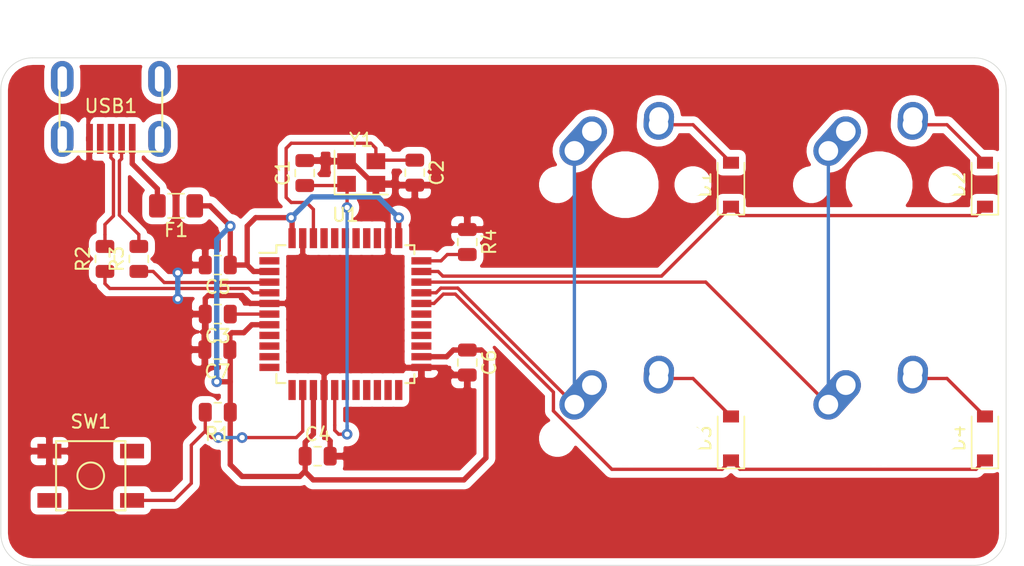
<source format=kicad_pcb>
(kicad_pcb (version 20171130) (host pcbnew "(5.1.6)-1")

  (general
    (thickness 1.6)
    (drawings 8)
    (tracks 207)
    (zones 0)
    (modules 24)
    (nets 45)
  )

  (page A4)
  (layers
    (0 F.Cu signal)
    (31 B.Cu signal)
    (32 B.Adhes user)
    (33 F.Adhes user)
    (34 B.Paste user)
    (35 F.Paste user)
    (36 B.SilkS user)
    (37 F.SilkS user)
    (38 B.Mask user)
    (39 F.Mask user)
    (40 Dwgs.User user)
    (41 Cmts.User user)
    (42 Eco1.User user)
    (43 Eco2.User user)
    (44 Edge.Cuts user)
    (45 Margin user)
    (46 B.CrtYd user)
    (47 F.CrtYd user)
    (48 B.Fab user)
    (49 F.Fab user)
  )

  (setup
    (last_trace_width 0.25)
    (trace_clearance 0.2)
    (zone_clearance 0.508)
    (zone_45_only no)
    (trace_min 0.2)
    (via_size 0.8)
    (via_drill 0.4)
    (via_min_size 0.4)
    (via_min_drill 0.3)
    (uvia_size 0.3)
    (uvia_drill 0.1)
    (uvias_allowed no)
    (uvia_min_size 0.2)
    (uvia_min_drill 0.1)
    (edge_width 0.05)
    (segment_width 0.2)
    (pcb_text_width 0.3)
    (pcb_text_size 1.5 1.5)
    (mod_edge_width 0.12)
    (mod_text_size 1 1)
    (mod_text_width 0.15)
    (pad_size 1.524 1.524)
    (pad_drill 0.762)
    (pad_to_mask_clearance 0.05)
    (aux_axis_origin 0 0)
    (visible_elements FEF9EF1F)
    (pcbplotparams
      (layerselection 0x010fc_ffffffff)
      (usegerberextensions false)
      (usegerberattributes true)
      (usegerberadvancedattributes true)
      (creategerberjobfile true)
      (excludeedgelayer true)
      (linewidth 0.100000)
      (plotframeref false)
      (viasonmask false)
      (mode 1)
      (useauxorigin false)
      (hpglpennumber 1)
      (hpglpenspeed 20)
      (hpglpendiameter 15.000000)
      (psnegative false)
      (psa4output false)
      (plotreference true)
      (plotvalue true)
      (plotinvisibletext false)
      (padsonsilk false)
      (subtractmaskfromsilk false)
      (outputformat 1)
      (mirror false)
      (drillshape 1)
      (scaleselection 1)
      (outputdirectory ""))
  )

  (net 0 "")
  (net 1 GND)
  (net 2 "Net-(C1-Pad1)")
  (net 3 "Net-(C2-Pad1)")
  (net 4 "Net-(C3-Pad1)")
  (net 5 +5V)
  (net 6 "Net-(D1-Pad2)")
  (net 7 ROW0)
  (net 8 "Net-(D2-Pad2)")
  (net 9 "Net-(D3-Pad2)")
  (net 10 ROW1)
  (net 11 "Net-(D4-Pad2)")
  (net 12 VCC)
  (net 13 COL0)
  (net 14 COL1)
  (net 15 "Net-(R1-Pad2)")
  (net 16 D+)
  (net 17 "Net-(R2-Pad1)")
  (net 18 D-)
  (net 19 "Net-(R3-Pad1)")
  (net 20 "Net-(R4-Pad2)")
  (net 21 "Net-(U1-Pad41)")
  (net 22 "Net-(U1-Pad40)")
  (net 23 "Net-(U1-Pad39)")
  (net 24 "Net-(U1-Pad38)")
  (net 25 "Net-(U1-Pad37)")
  (net 26 "Net-(U1-Pad36)")
  (net 27 "Net-(U1-Pad28)")
  (net 28 "Net-(U1-Pad27)")
  (net 29 "Net-(U1-Pad26)")
  (net 30 "Net-(U1-Pad25)")
  (net 31 "Net-(U1-Pad22)")
  (net 32 "Net-(U1-Pad21)")
  (net 33 "Net-(U1-Pad20)")
  (net 34 "Net-(U1-Pad19)")
  (net 35 "Net-(U1-Pad18)")
  (net 36 "Net-(U1-Pad17)")
  (net 37 "Net-(U1-Pad12)")
  (net 38 "Net-(U1-Pad11)")
  (net 39 "Net-(U1-Pad10)")
  (net 40 "Net-(U1-Pad9)")
  (net 41 "Net-(U1-Pad8)")
  (net 42 "Net-(U1-Pad1)")
  (net 43 "Net-(USB1-Pad6)")
  (net 44 "Net-(USB1-Pad2)")

  (net_class Default "This is the default net class."
    (clearance 0.2)
    (trace_width 0.25)
    (via_dia 0.8)
    (via_drill 0.4)
    (uvia_dia 0.3)
    (uvia_drill 0.1)
    (add_net COL0)
    (add_net COL1)
    (add_net D+)
    (add_net D-)
    (add_net "Net-(C1-Pad1)")
    (add_net "Net-(C2-Pad1)")
    (add_net "Net-(C3-Pad1)")
    (add_net "Net-(D1-Pad2)")
    (add_net "Net-(D2-Pad2)")
    (add_net "Net-(D3-Pad2)")
    (add_net "Net-(D4-Pad2)")
    (add_net "Net-(R1-Pad2)")
    (add_net "Net-(R2-Pad1)")
    (add_net "Net-(R3-Pad1)")
    (add_net "Net-(R4-Pad2)")
    (add_net "Net-(U1-Pad1)")
    (add_net "Net-(U1-Pad10)")
    (add_net "Net-(U1-Pad11)")
    (add_net "Net-(U1-Pad12)")
    (add_net "Net-(U1-Pad17)")
    (add_net "Net-(U1-Pad18)")
    (add_net "Net-(U1-Pad19)")
    (add_net "Net-(U1-Pad20)")
    (add_net "Net-(U1-Pad21)")
    (add_net "Net-(U1-Pad22)")
    (add_net "Net-(U1-Pad25)")
    (add_net "Net-(U1-Pad26)")
    (add_net "Net-(U1-Pad27)")
    (add_net "Net-(U1-Pad28)")
    (add_net "Net-(U1-Pad36)")
    (add_net "Net-(U1-Pad37)")
    (add_net "Net-(U1-Pad38)")
    (add_net "Net-(U1-Pad39)")
    (add_net "Net-(U1-Pad40)")
    (add_net "Net-(U1-Pad41)")
    (add_net "Net-(U1-Pad8)")
    (add_net "Net-(U1-Pad9)")
    (add_net "Net-(USB1-Pad2)")
    (add_net "Net-(USB1-Pad6)")
    (add_net ROW0)
    (add_net ROW1)
  )

  (net_class Power ""
    (clearance 0.2)
    (trace_width 0.4)
    (via_dia 0.8)
    (via_drill 0.4)
    (uvia_dia 0.3)
    (uvia_drill 0.1)
    (add_net +5V)
    (add_net GND)
    (add_net VCC)
  )

  (module MX_Alps_Hybrid:MX-1U-NoLED (layer F.Cu) (tedit 5A9F5203) (tstamp 5F2569DB)
    (at 172.24375 61.9125)
    (path /5F2A1A13)
    (fp_text reference MX1 (at 0 3.175) (layer Dwgs.User)
      (effects (font (size 1 1) (thickness 0.15)))
    )
    (fp_text value MX-NoLED (at 0 -7.9375) (layer Dwgs.User)
      (effects (font (size 1 1) (thickness 0.15)))
    )
    (fp_line (start 5 -7) (end 7 -7) (layer Dwgs.User) (width 0.15))
    (fp_line (start 7 -7) (end 7 -5) (layer Dwgs.User) (width 0.15))
    (fp_line (start 5 7) (end 7 7) (layer Dwgs.User) (width 0.15))
    (fp_line (start 7 7) (end 7 5) (layer Dwgs.User) (width 0.15))
    (fp_line (start -7 5) (end -7 7) (layer Dwgs.User) (width 0.15))
    (fp_line (start -7 7) (end -5 7) (layer Dwgs.User) (width 0.15))
    (fp_line (start -5 -7) (end -7 -7) (layer Dwgs.User) (width 0.15))
    (fp_line (start -7 -7) (end -7 -5) (layer Dwgs.User) (width 0.15))
    (fp_line (start -9.525 -9.525) (end 9.525 -9.525) (layer Dwgs.User) (width 0.15))
    (fp_line (start 9.525 -9.525) (end 9.525 9.525) (layer Dwgs.User) (width 0.15))
    (fp_line (start 9.525 9.525) (end -9.525 9.525) (layer Dwgs.User) (width 0.15))
    (fp_line (start -9.525 9.525) (end -9.525 -9.525) (layer Dwgs.User) (width 0.15))
    (pad "" np_thru_hole circle (at 5.08 0 48.0996) (size 1.75 1.75) (drill 1.75) (layers *.Cu *.Mask))
    (pad "" np_thru_hole circle (at -5.08 0 48.0996) (size 1.75 1.75) (drill 1.75) (layers *.Cu *.Mask))
    (pad 1 thru_hole circle (at -2.5 -4) (size 2.25 2.25) (drill 1.47) (layers *.Cu B.Mask)
      (net 13 COL0))
    (pad "" np_thru_hole circle (at 0 0) (size 3.9878 3.9878) (drill 3.9878) (layers *.Cu *.Mask))
    (pad 1 thru_hole oval (at -3.81 -2.54 48.0996) (size 4.211556 2.25) (drill 1.47 (offset 0.980778 0)) (layers *.Cu B.Mask)
      (net 13 COL0))
    (pad 2 thru_hole circle (at 2.54 -5.08) (size 2.25 2.25) (drill 1.47) (layers *.Cu B.Mask)
      (net 6 "Net-(D1-Pad2)"))
    (pad 2 thru_hole oval (at 2.5 -4.5 86.0548) (size 2.831378 2.25) (drill 1.47 (offset 0.290689 0)) (layers *.Cu B.Mask)
      (net 6 "Net-(D1-Pad2)"))
  )

  (module Crystal:Crystal_SMD_3225-4Pin_3.2x2.5mm (layer F.Cu) (tedit 5A0FD1B2) (tstamp 5F2566B4)
    (at 152.443 60.999)
    (descr "SMD Crystal SERIES SMD3225/4 http://www.txccrystal.com/images/pdf/7m-accuracy.pdf, 3.2x2.5mm^2 package")
    (tags "SMD SMT crystal")
    (path /5F276446)
    (attr smd)
    (fp_text reference Y1 (at 0 -2.45) (layer F.SilkS)
      (effects (font (size 1 1) (thickness 0.15)))
    )
    (fp_text value 16MHz (at 0 2.45) (layer F.Fab)
      (effects (font (size 1 1) (thickness 0.15)))
    )
    (fp_text user %R (at 0 0) (layer F.Fab)
      (effects (font (size 0.7 0.7) (thickness 0.105)))
    )
    (fp_line (start -1.6 -1.25) (end -1.6 1.25) (layer F.Fab) (width 0.1))
    (fp_line (start -1.6 1.25) (end 1.6 1.25) (layer F.Fab) (width 0.1))
    (fp_line (start 1.6 1.25) (end 1.6 -1.25) (layer F.Fab) (width 0.1))
    (fp_line (start 1.6 -1.25) (end -1.6 -1.25) (layer F.Fab) (width 0.1))
    (fp_line (start -1.6 0.25) (end -0.6 1.25) (layer F.Fab) (width 0.1))
    (fp_line (start -2 -1.65) (end -2 1.65) (layer F.SilkS) (width 0.12))
    (fp_line (start -2 1.65) (end 2 1.65) (layer F.SilkS) (width 0.12))
    (fp_line (start -2.1 -1.7) (end -2.1 1.7) (layer F.CrtYd) (width 0.05))
    (fp_line (start -2.1 1.7) (end 2.1 1.7) (layer F.CrtYd) (width 0.05))
    (fp_line (start 2.1 1.7) (end 2.1 -1.7) (layer F.CrtYd) (width 0.05))
    (fp_line (start 2.1 -1.7) (end -2.1 -1.7) (layer F.CrtYd) (width 0.05))
    (pad 4 smd rect (at -1.1 -0.85) (size 1.4 1.2) (layers F.Cu F.Paste F.Mask)
      (net 1 GND))
    (pad 3 smd rect (at 1.1 -0.85) (size 1.4 1.2) (layers F.Cu F.Paste F.Mask)
      (net 3 "Net-(C2-Pad1)"))
    (pad 2 smd rect (at 1.1 0.85) (size 1.4 1.2) (layers F.Cu F.Paste F.Mask)
      (net 1 GND))
    (pad 1 smd rect (at -1.1 0.85) (size 1.4 1.2) (layers F.Cu F.Paste F.Mask)
      (net 2 "Net-(C1-Pad1)"))
    (model ${KISYS3DMOD}/Crystal.3dshapes/Crystal_SMD_3225-4Pin_3.2x2.5mm.wrl
      (at (xyz 0 0 0))
      (scale (xyz 1 1 1))
      (rotate (xyz 0 0 0))
    )
  )

  (module random-keyboard-parts:Molex-0548190589 (layer F.Cu) (tedit 5C494815) (tstamp 5F25578B)
    (at 133.66875 53.975 270)
    (path /5F285F39)
    (attr smd)
    (fp_text reference USB1 (at 2.032 0) (layer F.SilkS)
      (effects (font (size 1 1) (thickness 0.15)))
    )
    (fp_text value Molex-0548190589 (at -5.08 0) (layer Dwgs.User)
      (effects (font (size 1 1) (thickness 0.15)))
    )
    (fp_text user %R (at 2 0) (layer F.CrtYd)
      (effects (font (size 1 1) (thickness 0.15)))
    )
    (fp_line (start -3.75 -3.85) (end -3.75 3.85) (layer Dwgs.User) (width 0.15))
    (fp_line (start -1.75 -4.572) (end -1.75 4.572) (layer Dwgs.User) (width 0.15))
    (fp_line (start -3.75 3.85) (end 0 3.85) (layer Dwgs.User) (width 0.15))
    (fp_line (start -3.75 -3.85) (end 0 -3.85) (layer Dwgs.User) (width 0.15))
    (fp_line (start 5.45 -3.85) (end 5.45 3.85) (layer F.SilkS) (width 0.15))
    (fp_line (start 0 3.85) (end 5.45 3.85) (layer F.SilkS) (width 0.15))
    (fp_line (start 0 -3.85) (end 5.45 -3.85) (layer F.SilkS) (width 0.15))
    (fp_line (start -3.75 -3.75) (end 5.5 -3.75) (layer F.CrtYd) (width 0.15))
    (fp_line (start 5.5 -3.75) (end 5.5 3.75) (layer F.CrtYd) (width 0.15))
    (fp_line (start 5.5 3.75) (end -3.75 3.75) (layer F.CrtYd) (width 0.15))
    (fp_line (start -3.75 3.75) (end -3.75 -3.75) (layer F.CrtYd) (width 0.15))
    (fp_line (start 5.5 -2) (end 3.25 -2) (layer F.CrtYd) (width 0.15))
    (fp_line (start 3.25 -2) (end 3.25 2) (layer F.CrtYd) (width 0.15))
    (fp_line (start 3.25 2) (end 5.5 2) (layer F.CrtYd) (width 0.15))
    (fp_line (start 5.5 1.25) (end 3.25 1.25) (layer F.CrtYd) (width 0.15))
    (fp_line (start 3.25 0.5) (end 5.5 0.5) (layer F.CrtYd) (width 0.15))
    (fp_line (start 5.5 -0.5) (end 3.25 -0.5) (layer F.CrtYd) (width 0.15))
    (fp_line (start 3.25 -1.25) (end 5.5 -1.25) (layer F.CrtYd) (width 0.15))
    (pad 6 thru_hole oval (at 0 -3.65 270) (size 2.7 1.7) (drill oval 1.9 0.7) (layers *.Cu *.Mask)
      (net 43 "Net-(USB1-Pad6)"))
    (pad 6 thru_hole oval (at 0 3.65 270) (size 2.7 1.7) (drill oval 1.9 0.7) (layers *.Cu *.Mask)
      (net 43 "Net-(USB1-Pad6)"))
    (pad 6 thru_hole oval (at 4.5 3.65 270) (size 2.7 1.7) (drill oval 1.9 0.7) (layers *.Cu *.Mask)
      (net 43 "Net-(USB1-Pad6)"))
    (pad 6 thru_hole oval (at 4.5 -3.65 270) (size 2.7 1.7) (drill oval 1.9 0.7) (layers *.Cu *.Mask)
      (net 43 "Net-(USB1-Pad6)"))
    (pad 5 smd rect (at 4.5 -1.6 270) (size 2.25 0.5) (layers F.Cu F.Paste F.Mask)
      (net 12 VCC))
    (pad 4 smd rect (at 4.5 -0.8 270) (size 2.25 0.5) (layers F.Cu F.Paste F.Mask)
      (net 18 D-))
    (pad 3 smd rect (at 4.5 0 270) (size 2.25 0.5) (layers F.Cu F.Paste F.Mask)
      (net 16 D+))
    (pad 2 smd rect (at 4.5 0.8 270) (size 2.25 0.5) (layers F.Cu F.Paste F.Mask)
      (net 44 "Net-(USB1-Pad2)"))
    (pad 1 smd rect (at 4.5 1.6 270) (size 2.25 0.5) (layers F.Cu F.Paste F.Mask)
      (net 1 GND))
  )

  (module Package_QFP:TQFP-44_10x10mm_P0.8mm (layer F.Cu) (tedit 5A02F146) (tstamp 5F25576B)
    (at 151.257 71.628)
    (descr "44-Lead Plastic Thin Quad Flatpack (PT) - 10x10x1.0 mm Body [TQFP] (see Microchip Packaging Specification 00000049BS.pdf)")
    (tags "QFP 0.8")
    (path /5F25CFE1)
    (attr smd)
    (fp_text reference U1 (at 0 -7.45) (layer F.SilkS)
      (effects (font (size 1 1) (thickness 0.15)))
    )
    (fp_text value ATmega32U4-AU (at 0 7.45) (layer F.Fab)
      (effects (font (size 1 1) (thickness 0.15)))
    )
    (fp_text user %R (at 0 0) (layer F.Fab)
      (effects (font (size 1 1) (thickness 0.15)))
    )
    (fp_line (start -4 -5) (end 5 -5) (layer F.Fab) (width 0.15))
    (fp_line (start 5 -5) (end 5 5) (layer F.Fab) (width 0.15))
    (fp_line (start 5 5) (end -5 5) (layer F.Fab) (width 0.15))
    (fp_line (start -5 5) (end -5 -4) (layer F.Fab) (width 0.15))
    (fp_line (start -5 -4) (end -4 -5) (layer F.Fab) (width 0.15))
    (fp_line (start -6.7 -6.7) (end -6.7 6.7) (layer F.CrtYd) (width 0.05))
    (fp_line (start 6.7 -6.7) (end 6.7 6.7) (layer F.CrtYd) (width 0.05))
    (fp_line (start -6.7 -6.7) (end 6.7 -6.7) (layer F.CrtYd) (width 0.05))
    (fp_line (start -6.7 6.7) (end 6.7 6.7) (layer F.CrtYd) (width 0.05))
    (fp_line (start -5.175 -5.175) (end -5.175 -4.6) (layer F.SilkS) (width 0.15))
    (fp_line (start 5.175 -5.175) (end 5.175 -4.5) (layer F.SilkS) (width 0.15))
    (fp_line (start 5.175 5.175) (end 5.175 4.5) (layer F.SilkS) (width 0.15))
    (fp_line (start -5.175 5.175) (end -5.175 4.5) (layer F.SilkS) (width 0.15))
    (fp_line (start -5.175 -5.175) (end -4.5 -5.175) (layer F.SilkS) (width 0.15))
    (fp_line (start -5.175 5.175) (end -4.5 5.175) (layer F.SilkS) (width 0.15))
    (fp_line (start 5.175 5.175) (end 4.5 5.175) (layer F.SilkS) (width 0.15))
    (fp_line (start 5.175 -5.175) (end 4.5 -5.175) (layer F.SilkS) (width 0.15))
    (fp_line (start -5.175 -4.6) (end -6.45 -4.6) (layer F.SilkS) (width 0.15))
    (pad 44 smd rect (at -4 -5.7 90) (size 1.5 0.55) (layers F.Cu F.Paste F.Mask)
      (net 5 +5V))
    (pad 43 smd rect (at -3.2 -5.7 90) (size 1.5 0.55) (layers F.Cu F.Paste F.Mask)
      (net 1 GND))
    (pad 42 smd rect (at -2.4 -5.7 90) (size 1.5 0.55) (layers F.Cu F.Paste F.Mask)
      (net 3 "Net-(C2-Pad1)"))
    (pad 41 smd rect (at -1.6 -5.7 90) (size 1.5 0.55) (layers F.Cu F.Paste F.Mask)
      (net 21 "Net-(U1-Pad41)"))
    (pad 40 smd rect (at -0.8 -5.7 90) (size 1.5 0.55) (layers F.Cu F.Paste F.Mask)
      (net 22 "Net-(U1-Pad40)"))
    (pad 39 smd rect (at 0 -5.7 90) (size 1.5 0.55) (layers F.Cu F.Paste F.Mask)
      (net 23 "Net-(U1-Pad39)"))
    (pad 38 smd rect (at 0.8 -5.7 90) (size 1.5 0.55) (layers F.Cu F.Paste F.Mask)
      (net 24 "Net-(U1-Pad38)"))
    (pad 37 smd rect (at 1.6 -5.7 90) (size 1.5 0.55) (layers F.Cu F.Paste F.Mask)
      (net 25 "Net-(U1-Pad37)"))
    (pad 36 smd rect (at 2.4 -5.7 90) (size 1.5 0.55) (layers F.Cu F.Paste F.Mask)
      (net 26 "Net-(U1-Pad36)"))
    (pad 35 smd rect (at 3.2 -5.7 90) (size 1.5 0.55) (layers F.Cu F.Paste F.Mask)
      (net 1 GND))
    (pad 34 smd rect (at 4 -5.7 90) (size 1.5 0.55) (layers F.Cu F.Paste F.Mask)
      (net 5 +5V))
    (pad 33 smd rect (at 5.7 -4) (size 1.5 0.55) (layers F.Cu F.Paste F.Mask)
      (net 20 "Net-(R4-Pad2)"))
    (pad 32 smd rect (at 5.7 -3.2) (size 1.5 0.55) (layers F.Cu F.Paste F.Mask)
      (net 7 ROW0))
    (pad 31 smd rect (at 5.7 -2.4) (size 1.5 0.55) (layers F.Cu F.Paste F.Mask)
      (net 14 COL1))
    (pad 30 smd rect (at 5.7 -1.6) (size 1.5 0.55) (layers F.Cu F.Paste F.Mask)
      (net 13 COL0))
    (pad 29 smd rect (at 5.7 -0.8) (size 1.5 0.55) (layers F.Cu F.Paste F.Mask)
      (net 10 ROW1))
    (pad 28 smd rect (at 5.7 0) (size 1.5 0.55) (layers F.Cu F.Paste F.Mask)
      (net 27 "Net-(U1-Pad28)"))
    (pad 27 smd rect (at 5.7 0.8) (size 1.5 0.55) (layers F.Cu F.Paste F.Mask)
      (net 28 "Net-(U1-Pad27)"))
    (pad 26 smd rect (at 5.7 1.6) (size 1.5 0.55) (layers F.Cu F.Paste F.Mask)
      (net 29 "Net-(U1-Pad26)"))
    (pad 25 smd rect (at 5.7 2.4) (size 1.5 0.55) (layers F.Cu F.Paste F.Mask)
      (net 30 "Net-(U1-Pad25)"))
    (pad 24 smd rect (at 5.7 3.2) (size 1.5 0.55) (layers F.Cu F.Paste F.Mask)
      (net 5 +5V))
    (pad 23 smd rect (at 5.7 4) (size 1.5 0.55) (layers F.Cu F.Paste F.Mask)
      (net 1 GND))
    (pad 22 smd rect (at 4 5.7 90) (size 1.5 0.55) (layers F.Cu F.Paste F.Mask)
      (net 31 "Net-(U1-Pad22)"))
    (pad 21 smd rect (at 3.2 5.7 90) (size 1.5 0.55) (layers F.Cu F.Paste F.Mask)
      (net 32 "Net-(U1-Pad21)"))
    (pad 20 smd rect (at 2.4 5.7 90) (size 1.5 0.55) (layers F.Cu F.Paste F.Mask)
      (net 33 "Net-(U1-Pad20)"))
    (pad 19 smd rect (at 1.6 5.7 90) (size 1.5 0.55) (layers F.Cu F.Paste F.Mask)
      (net 34 "Net-(U1-Pad19)"))
    (pad 18 smd rect (at 0.8 5.7 90) (size 1.5 0.55) (layers F.Cu F.Paste F.Mask)
      (net 35 "Net-(U1-Pad18)"))
    (pad 17 smd rect (at 0 5.7 90) (size 1.5 0.55) (layers F.Cu F.Paste F.Mask)
      (net 36 "Net-(U1-Pad17)"))
    (pad 16 smd rect (at -0.8 5.7 90) (size 1.5 0.55) (layers F.Cu F.Paste F.Mask)
      (net 2 "Net-(C1-Pad1)"))
    (pad 15 smd rect (at -1.6 5.7 90) (size 1.5 0.55) (layers F.Cu F.Paste F.Mask)
      (net 1 GND))
    (pad 14 smd rect (at -2.4 5.7 90) (size 1.5 0.55) (layers F.Cu F.Paste F.Mask)
      (net 5 +5V))
    (pad 13 smd rect (at -3.2 5.7 90) (size 1.5 0.55) (layers F.Cu F.Paste F.Mask)
      (net 15 "Net-(R1-Pad2)"))
    (pad 12 smd rect (at -4 5.7 90) (size 1.5 0.55) (layers F.Cu F.Paste F.Mask)
      (net 37 "Net-(U1-Pad12)"))
    (pad 11 smd rect (at -5.7 4) (size 1.5 0.55) (layers F.Cu F.Paste F.Mask)
      (net 38 "Net-(U1-Pad11)"))
    (pad 10 smd rect (at -5.7 3.2) (size 1.5 0.55) (layers F.Cu F.Paste F.Mask)
      (net 39 "Net-(U1-Pad10)"))
    (pad 9 smd rect (at -5.7 2.4) (size 1.5 0.55) (layers F.Cu F.Paste F.Mask)
      (net 40 "Net-(U1-Pad9)"))
    (pad 8 smd rect (at -5.7 1.6) (size 1.5 0.55) (layers F.Cu F.Paste F.Mask)
      (net 41 "Net-(U1-Pad8)"))
    (pad 7 smd rect (at -5.7 0.8) (size 1.5 0.55) (layers F.Cu F.Paste F.Mask)
      (net 5 +5V))
    (pad 6 smd rect (at -5.7 0) (size 1.5 0.55) (layers F.Cu F.Paste F.Mask)
      (net 4 "Net-(C3-Pad1)"))
    (pad 5 smd rect (at -5.7 -0.8) (size 1.5 0.55) (layers F.Cu F.Paste F.Mask)
      (net 1 GND))
    (pad 4 smd rect (at -5.7 -1.6) (size 1.5 0.55) (layers F.Cu F.Paste F.Mask)
      (net 17 "Net-(R2-Pad1)"))
    (pad 3 smd rect (at -5.7 -2.4) (size 1.5 0.55) (layers F.Cu F.Paste F.Mask)
      (net 19 "Net-(R3-Pad1)"))
    (pad 2 smd rect (at -5.7 -3.2) (size 1.5 0.55) (layers F.Cu F.Paste F.Mask)
      (net 5 +5V))
    (pad 1 smd rect (at -5.7 -4) (size 1.5 0.55) (layers F.Cu F.Paste F.Mask)
      (net 42 "Net-(U1-Pad1)"))
    (model ${KISYS3DMOD}/Package_QFP.3dshapes/TQFP-44_10x10mm_P0.8mm.wrl
      (at (xyz 0 0 0))
      (scale (xyz 1 1 1))
      (rotate (xyz 0 0 0))
    )
  )

  (module random-keyboard-parts:SKQG-1155865 (layer F.Cu) (tedit 5E62B398) (tstamp 5F255728)
    (at 132.155 83.765 180)
    (path /5F2809DF)
    (attr smd)
    (fp_text reference SW1 (at 0 4.064) (layer F.SilkS)
      (effects (font (size 1 1) (thickness 0.15)))
    )
    (fp_text value SW_Push (at 0 -4.064) (layer F.Fab)
      (effects (font (size 1 1) (thickness 0.15)))
    )
    (fp_line (start -2.6 1.1) (end -1.1 2.6) (layer F.Fab) (width 0.15))
    (fp_line (start 2.6 1.1) (end 1.1 2.6) (layer F.Fab) (width 0.15))
    (fp_line (start 2.6 -1.1) (end 1.1 -2.6) (layer F.Fab) (width 0.15))
    (fp_line (start -2.6 -1.1) (end -1.1 -2.6) (layer F.Fab) (width 0.15))
    (fp_circle (center 0 0) (end 1 0) (layer F.Fab) (width 0.15))
    (fp_line (start -4.2 -1.1) (end -4.2 -2.6) (layer F.Fab) (width 0.15))
    (fp_line (start -2.6 -1.1) (end -4.2 -1.1) (layer F.Fab) (width 0.15))
    (fp_line (start -2.6 1.1) (end -2.6 -1.1) (layer F.Fab) (width 0.15))
    (fp_line (start -4.2 1.1) (end -2.6 1.1) (layer F.Fab) (width 0.15))
    (fp_line (start -4.2 2.6) (end -4.2 1.1) (layer F.Fab) (width 0.15))
    (fp_line (start 4.2 2.6) (end -4.2 2.6) (layer F.Fab) (width 0.15))
    (fp_line (start 4.2 1.1) (end 4.2 2.6) (layer F.Fab) (width 0.15))
    (fp_line (start 2.6 1.1) (end 4.2 1.1) (layer F.Fab) (width 0.15))
    (fp_line (start 2.6 -1.1) (end 2.6 1.1) (layer F.Fab) (width 0.15))
    (fp_line (start 4.2 -1.1) (end 2.6 -1.1) (layer F.Fab) (width 0.15))
    (fp_line (start 4.2 -2.6) (end 4.2 -1.2) (layer F.Fab) (width 0.15))
    (fp_line (start -4.2 -2.6) (end 4.2 -2.6) (layer F.Fab) (width 0.15))
    (fp_circle (center 0 0) (end 1 0) (layer F.SilkS) (width 0.15))
    (fp_line (start -2.6 2.6) (end -2.6 -2.6) (layer F.SilkS) (width 0.15))
    (fp_line (start 2.6 2.6) (end -2.6 2.6) (layer F.SilkS) (width 0.15))
    (fp_line (start 2.6 -2.6) (end 2.6 2.6) (layer F.SilkS) (width 0.15))
    (fp_line (start -2.6 -2.6) (end 2.6 -2.6) (layer F.SilkS) (width 0.15))
    (pad 4 smd rect (at -3.1 1.85 180) (size 1.8 1.1) (layers F.Cu F.Paste F.Mask))
    (pad 3 smd rect (at 3.1 -1.85 180) (size 1.8 1.1) (layers F.Cu F.Paste F.Mask))
    (pad 2 smd rect (at -3.1 -1.85 180) (size 1.8 1.1) (layers F.Cu F.Paste F.Mask)
      (net 15 "Net-(R1-Pad2)"))
    (pad 1 smd rect (at 3.1 1.85 180) (size 1.8 1.1) (layers F.Cu F.Paste F.Mask)
      (net 1 GND))
    (model ${KISYS3DMOD}/Button_Switch_SMD.3dshapes/SW_SPST_TL3342.step
      (at (xyz 0 0 0))
      (scale (xyz 1 1 1))
      (rotate (xyz 0 0 0))
    )
  )

  (module Resistor_SMD:R_0805_2012Metric (layer F.Cu) (tedit 5B36C52B) (tstamp 5F2561C8)
    (at 160.401 66.2155 270)
    (descr "Resistor SMD 0805 (2012 Metric), square (rectangular) end terminal, IPC_7351 nominal, (Body size source: https://docs.google.com/spreadsheets/d/1BsfQQcO9C6DZCsRaXUlFlo91Tg2WpOkGARC1WS5S8t0/edit?usp=sharing), generated with kicad-footprint-generator")
    (tags resistor)
    (path /5F26344E)
    (attr smd)
    (fp_text reference R4 (at 0 -1.65 90) (layer F.SilkS)
      (effects (font (size 1 1) (thickness 0.15)))
    )
    (fp_text value 10k (at 0 1.65 90) (layer F.Fab)
      (effects (font (size 1 1) (thickness 0.15)))
    )
    (fp_text user %R (at 0 0 90) (layer F.Fab)
      (effects (font (size 0.5 0.5) (thickness 0.08)))
    )
    (fp_line (start -1 0.6) (end -1 -0.6) (layer F.Fab) (width 0.1))
    (fp_line (start -1 -0.6) (end 1 -0.6) (layer F.Fab) (width 0.1))
    (fp_line (start 1 -0.6) (end 1 0.6) (layer F.Fab) (width 0.1))
    (fp_line (start 1 0.6) (end -1 0.6) (layer F.Fab) (width 0.1))
    (fp_line (start -0.258578 -0.71) (end 0.258578 -0.71) (layer F.SilkS) (width 0.12))
    (fp_line (start -0.258578 0.71) (end 0.258578 0.71) (layer F.SilkS) (width 0.12))
    (fp_line (start -1.68 0.95) (end -1.68 -0.95) (layer F.CrtYd) (width 0.05))
    (fp_line (start -1.68 -0.95) (end 1.68 -0.95) (layer F.CrtYd) (width 0.05))
    (fp_line (start 1.68 -0.95) (end 1.68 0.95) (layer F.CrtYd) (width 0.05))
    (fp_line (start 1.68 0.95) (end -1.68 0.95) (layer F.CrtYd) (width 0.05))
    (pad 2 smd roundrect (at 0.9375 0 270) (size 0.975 1.4) (layers F.Cu F.Paste F.Mask) (roundrect_rratio 0.25)
      (net 20 "Net-(R4-Pad2)"))
    (pad 1 smd roundrect (at -0.9375 0 270) (size 0.975 1.4) (layers F.Cu F.Paste F.Mask) (roundrect_rratio 0.25)
      (net 1 GND))
    (model ${KISYS3DMOD}/Resistor_SMD.3dshapes/R_0805_2012Metric.wrl
      (at (xyz 0 0 0))
      (scale (xyz 1 1 1))
      (rotate (xyz 0 0 0))
    )
  )

  (module Resistor_SMD:R_0805_2012Metric (layer F.Cu) (tedit 5B36C52B) (tstamp 5F256D55)
    (at 135.763 67.4855 90)
    (descr "Resistor SMD 0805 (2012 Metric), square (rectangular) end terminal, IPC_7351 nominal, (Body size source: https://docs.google.com/spreadsheets/d/1BsfQQcO9C6DZCsRaXUlFlo91Tg2WpOkGARC1WS5S8t0/edit?usp=sharing), generated with kicad-footprint-generator")
    (tags resistor)
    (path /5F2693C0)
    (attr smd)
    (fp_text reference R3 (at 0 -1.65 90) (layer F.SilkS)
      (effects (font (size 1 1) (thickness 0.15)))
    )
    (fp_text value 22 (at 0 1.65 90) (layer F.Fab)
      (effects (font (size 1 1) (thickness 0.15)))
    )
    (fp_text user %R (at 0 0 90) (layer F.Fab)
      (effects (font (size 0.5 0.5) (thickness 0.08)))
    )
    (fp_line (start -1 0.6) (end -1 -0.6) (layer F.Fab) (width 0.1))
    (fp_line (start -1 -0.6) (end 1 -0.6) (layer F.Fab) (width 0.1))
    (fp_line (start 1 -0.6) (end 1 0.6) (layer F.Fab) (width 0.1))
    (fp_line (start 1 0.6) (end -1 0.6) (layer F.Fab) (width 0.1))
    (fp_line (start -0.258578 -0.71) (end 0.258578 -0.71) (layer F.SilkS) (width 0.12))
    (fp_line (start -0.258578 0.71) (end 0.258578 0.71) (layer F.SilkS) (width 0.12))
    (fp_line (start -1.68 0.95) (end -1.68 -0.95) (layer F.CrtYd) (width 0.05))
    (fp_line (start -1.68 -0.95) (end 1.68 -0.95) (layer F.CrtYd) (width 0.05))
    (fp_line (start 1.68 -0.95) (end 1.68 0.95) (layer F.CrtYd) (width 0.05))
    (fp_line (start 1.68 0.95) (end -1.68 0.95) (layer F.CrtYd) (width 0.05))
    (pad 2 smd roundrect (at 0.9375 0 90) (size 0.975 1.4) (layers F.Cu F.Paste F.Mask) (roundrect_rratio 0.25)
      (net 18 D-))
    (pad 1 smd roundrect (at -0.9375 0 90) (size 0.975 1.4) (layers F.Cu F.Paste F.Mask) (roundrect_rratio 0.25)
      (net 19 "Net-(R3-Pad1)"))
    (model ${KISYS3DMOD}/Resistor_SMD.3dshapes/R_0805_2012Metric.wrl
      (at (xyz 0 0 0))
      (scale (xyz 1 1 1))
      (rotate (xyz 0 0 0))
    )
  )

  (module Resistor_SMD:R_0805_2012Metric (layer F.Cu) (tedit 5B36C52B) (tstamp 5F256D95)
    (at 133.223 67.4855 90)
    (descr "Resistor SMD 0805 (2012 Metric), square (rectangular) end terminal, IPC_7351 nominal, (Body size source: https://docs.google.com/spreadsheets/d/1BsfQQcO9C6DZCsRaXUlFlo91Tg2WpOkGARC1WS5S8t0/edit?usp=sharing), generated with kicad-footprint-generator")
    (tags resistor)
    (path /5F268FA3)
    (attr smd)
    (fp_text reference R2 (at 0 -1.65 90) (layer F.SilkS)
      (effects (font (size 1 1) (thickness 0.15)))
    )
    (fp_text value 22 (at 0 1.65 90) (layer F.Fab)
      (effects (font (size 1 1) (thickness 0.15)))
    )
    (fp_text user %R (at 0 0 90) (layer F.Fab)
      (effects (font (size 0.5 0.5) (thickness 0.08)))
    )
    (fp_line (start -1 0.6) (end -1 -0.6) (layer F.Fab) (width 0.1))
    (fp_line (start -1 -0.6) (end 1 -0.6) (layer F.Fab) (width 0.1))
    (fp_line (start 1 -0.6) (end 1 0.6) (layer F.Fab) (width 0.1))
    (fp_line (start 1 0.6) (end -1 0.6) (layer F.Fab) (width 0.1))
    (fp_line (start -0.258578 -0.71) (end 0.258578 -0.71) (layer F.SilkS) (width 0.12))
    (fp_line (start -0.258578 0.71) (end 0.258578 0.71) (layer F.SilkS) (width 0.12))
    (fp_line (start -1.68 0.95) (end -1.68 -0.95) (layer F.CrtYd) (width 0.05))
    (fp_line (start -1.68 -0.95) (end 1.68 -0.95) (layer F.CrtYd) (width 0.05))
    (fp_line (start 1.68 -0.95) (end 1.68 0.95) (layer F.CrtYd) (width 0.05))
    (fp_line (start 1.68 0.95) (end -1.68 0.95) (layer F.CrtYd) (width 0.05))
    (pad 2 smd roundrect (at 0.9375 0 90) (size 0.975 1.4) (layers F.Cu F.Paste F.Mask) (roundrect_rratio 0.25)
      (net 16 D+))
    (pad 1 smd roundrect (at -0.9375 0 90) (size 0.975 1.4) (layers F.Cu F.Paste F.Mask) (roundrect_rratio 0.25)
      (net 17 "Net-(R2-Pad1)"))
    (model ${KISYS3DMOD}/Resistor_SMD.3dshapes/R_0805_2012Metric.wrl
      (at (xyz 0 0 0))
      (scale (xyz 1 1 1))
      (rotate (xyz 0 0 0))
    )
  )

  (module Resistor_SMD:R_0805_2012Metric (layer F.Cu) (tedit 5B36C52B) (tstamp 5F2556D7)
    (at 141.6835 78.994 180)
    (descr "Resistor SMD 0805 (2012 Metric), square (rectangular) end terminal, IPC_7351 nominal, (Body size source: https://docs.google.com/spreadsheets/d/1BsfQQcO9C6DZCsRaXUlFlo91Tg2WpOkGARC1WS5S8t0/edit?usp=sharing), generated with kicad-footprint-generator")
    (tags resistor)
    (path /5F282C40)
    (attr smd)
    (fp_text reference R1 (at 0 -1.65) (layer F.SilkS)
      (effects (font (size 1 1) (thickness 0.15)))
    )
    (fp_text value 10k (at 0 1.65) (layer F.Fab)
      (effects (font (size 1 1) (thickness 0.15)))
    )
    (fp_text user %R (at 0 0) (layer F.Fab)
      (effects (font (size 0.5 0.5) (thickness 0.08)))
    )
    (fp_line (start -1 0.6) (end -1 -0.6) (layer F.Fab) (width 0.1))
    (fp_line (start -1 -0.6) (end 1 -0.6) (layer F.Fab) (width 0.1))
    (fp_line (start 1 -0.6) (end 1 0.6) (layer F.Fab) (width 0.1))
    (fp_line (start 1 0.6) (end -1 0.6) (layer F.Fab) (width 0.1))
    (fp_line (start -0.258578 -0.71) (end 0.258578 -0.71) (layer F.SilkS) (width 0.12))
    (fp_line (start -0.258578 0.71) (end 0.258578 0.71) (layer F.SilkS) (width 0.12))
    (fp_line (start -1.68 0.95) (end -1.68 -0.95) (layer F.CrtYd) (width 0.05))
    (fp_line (start -1.68 -0.95) (end 1.68 -0.95) (layer F.CrtYd) (width 0.05))
    (fp_line (start 1.68 -0.95) (end 1.68 0.95) (layer F.CrtYd) (width 0.05))
    (fp_line (start 1.68 0.95) (end -1.68 0.95) (layer F.CrtYd) (width 0.05))
    (pad 2 smd roundrect (at 0.9375 0 180) (size 0.975 1.4) (layers F.Cu F.Paste F.Mask) (roundrect_rratio 0.25)
      (net 15 "Net-(R1-Pad2)"))
    (pad 1 smd roundrect (at -0.9375 0 180) (size 0.975 1.4) (layers F.Cu F.Paste F.Mask) (roundrect_rratio 0.25)
      (net 5 +5V))
    (model ${KISYS3DMOD}/Resistor_SMD.3dshapes/R_0805_2012Metric.wrl
      (at (xyz 0 0 0))
      (scale (xyz 1 1 1))
      (rotate (xyz 0 0 0))
    )
  )

  (module MX_Alps_Hybrid:MX-1U-NoLED (layer F.Cu) (tedit 5A9F5203) (tstamp 5F256A1D)
    (at 191.29375 80.9625)
    (path /5F2B00B8)
    (fp_text reference MX4 (at 0 3.175) (layer Dwgs.User)
      (effects (font (size 1 1) (thickness 0.15)))
    )
    (fp_text value MX-NoLED (at 0 -7.9375) (layer Dwgs.User)
      (effects (font (size 1 1) (thickness 0.15)))
    )
    (fp_line (start 5 -7) (end 7 -7) (layer Dwgs.User) (width 0.15))
    (fp_line (start 7 -7) (end 7 -5) (layer Dwgs.User) (width 0.15))
    (fp_line (start 5 7) (end 7 7) (layer Dwgs.User) (width 0.15))
    (fp_line (start 7 7) (end 7 5) (layer Dwgs.User) (width 0.15))
    (fp_line (start -7 5) (end -7 7) (layer Dwgs.User) (width 0.15))
    (fp_line (start -7 7) (end -5 7) (layer Dwgs.User) (width 0.15))
    (fp_line (start -5 -7) (end -7 -7) (layer Dwgs.User) (width 0.15))
    (fp_line (start -7 -7) (end -7 -5) (layer Dwgs.User) (width 0.15))
    (fp_line (start -9.525 -9.525) (end 9.525 -9.525) (layer Dwgs.User) (width 0.15))
    (fp_line (start 9.525 -9.525) (end 9.525 9.525) (layer Dwgs.User) (width 0.15))
    (fp_line (start 9.525 9.525) (end -9.525 9.525) (layer Dwgs.User) (width 0.15))
    (fp_line (start -9.525 9.525) (end -9.525 -9.525) (layer Dwgs.User) (width 0.15))
    (pad "" np_thru_hole circle (at 5.08 0 48.0996) (size 1.75 1.75) (drill 1.75) (layers *.Cu *.Mask))
    (pad "" np_thru_hole circle (at -5.08 0 48.0996) (size 1.75 1.75) (drill 1.75) (layers *.Cu *.Mask))
    (pad 1 thru_hole circle (at -2.5 -4) (size 2.25 2.25) (drill 1.47) (layers *.Cu B.Mask)
      (net 14 COL1))
    (pad "" np_thru_hole circle (at 0 0) (size 3.9878 3.9878) (drill 3.9878) (layers *.Cu *.Mask))
    (pad 1 thru_hole oval (at -3.81 -2.54 48.0996) (size 4.211556 2.25) (drill 1.47 (offset 0.980778 0)) (layers *.Cu B.Mask)
      (net 14 COL1))
    (pad 2 thru_hole circle (at 2.54 -5.08) (size 2.25 2.25) (drill 1.47) (layers *.Cu B.Mask)
      (net 11 "Net-(D4-Pad2)"))
    (pad 2 thru_hole oval (at 2.5 -4.5 86.0548) (size 2.831378 2.25) (drill 1.47 (offset 0.290689 0)) (layers *.Cu B.Mask)
      (net 11 "Net-(D4-Pad2)"))
  )

  (module MX_Alps_Hybrid:MX-1U-NoLED (layer F.Cu) (tedit 5A9F5203) (tstamp 5F256A5F)
    (at 172.24375 80.9625)
    (path /5F2B2071)
    (fp_text reference MX3 (at 0 3.175) (layer Dwgs.User)
      (effects (font (size 1 1) (thickness 0.15)))
    )
    (fp_text value MX-NoLED (at 0 -7.9375) (layer Dwgs.User)
      (effects (font (size 1 1) (thickness 0.15)))
    )
    (fp_line (start 5 -7) (end 7 -7) (layer Dwgs.User) (width 0.15))
    (fp_line (start 7 -7) (end 7 -5) (layer Dwgs.User) (width 0.15))
    (fp_line (start 5 7) (end 7 7) (layer Dwgs.User) (width 0.15))
    (fp_line (start 7 7) (end 7 5) (layer Dwgs.User) (width 0.15))
    (fp_line (start -7 5) (end -7 7) (layer Dwgs.User) (width 0.15))
    (fp_line (start -7 7) (end -5 7) (layer Dwgs.User) (width 0.15))
    (fp_line (start -5 -7) (end -7 -7) (layer Dwgs.User) (width 0.15))
    (fp_line (start -7 -7) (end -7 -5) (layer Dwgs.User) (width 0.15))
    (fp_line (start -9.525 -9.525) (end 9.525 -9.525) (layer Dwgs.User) (width 0.15))
    (fp_line (start 9.525 -9.525) (end 9.525 9.525) (layer Dwgs.User) (width 0.15))
    (fp_line (start 9.525 9.525) (end -9.525 9.525) (layer Dwgs.User) (width 0.15))
    (fp_line (start -9.525 9.525) (end -9.525 -9.525) (layer Dwgs.User) (width 0.15))
    (pad "" np_thru_hole circle (at 5.08 0 48.0996) (size 1.75 1.75) (drill 1.75) (layers *.Cu *.Mask))
    (pad "" np_thru_hole circle (at -5.08 0 48.0996) (size 1.75 1.75) (drill 1.75) (layers *.Cu *.Mask))
    (pad 1 thru_hole circle (at -2.5 -4) (size 2.25 2.25) (drill 1.47) (layers *.Cu B.Mask)
      (net 13 COL0))
    (pad "" np_thru_hole circle (at 0 0) (size 3.9878 3.9878) (drill 3.9878) (layers *.Cu *.Mask))
    (pad 1 thru_hole oval (at -3.81 -2.54 48.0996) (size 4.211556 2.25) (drill 1.47 (offset 0.980778 0)) (layers *.Cu B.Mask)
      (net 13 COL0))
    (pad 2 thru_hole circle (at 2.54 -5.08) (size 2.25 2.25) (drill 1.47) (layers *.Cu B.Mask)
      (net 9 "Net-(D3-Pad2)"))
    (pad 2 thru_hole oval (at 2.5 -4.5 86.0548) (size 2.831378 2.25) (drill 1.47 (offset 0.290689 0)) (layers *.Cu B.Mask)
      (net 9 "Net-(D3-Pad2)"))
  )

  (module MX_Alps_Hybrid:MX-1U-NoLED (layer F.Cu) (tedit 5A9F5203) (tstamp 5F256909)
    (at 191.29375 61.9125)
    (path /5F2AAF06)
    (fp_text reference MX2 (at 0 3.175) (layer Dwgs.User)
      (effects (font (size 1 1) (thickness 0.15)))
    )
    (fp_text value MX-NoLED (at 0 -7.9375) (layer Dwgs.User)
      (effects (font (size 1 1) (thickness 0.15)))
    )
    (fp_line (start 5 -7) (end 7 -7) (layer Dwgs.User) (width 0.15))
    (fp_line (start 7 -7) (end 7 -5) (layer Dwgs.User) (width 0.15))
    (fp_line (start 5 7) (end 7 7) (layer Dwgs.User) (width 0.15))
    (fp_line (start 7 7) (end 7 5) (layer Dwgs.User) (width 0.15))
    (fp_line (start -7 5) (end -7 7) (layer Dwgs.User) (width 0.15))
    (fp_line (start -7 7) (end -5 7) (layer Dwgs.User) (width 0.15))
    (fp_line (start -5 -7) (end -7 -7) (layer Dwgs.User) (width 0.15))
    (fp_line (start -7 -7) (end -7 -5) (layer Dwgs.User) (width 0.15))
    (fp_line (start -9.525 -9.525) (end 9.525 -9.525) (layer Dwgs.User) (width 0.15))
    (fp_line (start 9.525 -9.525) (end 9.525 9.525) (layer Dwgs.User) (width 0.15))
    (fp_line (start 9.525 9.525) (end -9.525 9.525) (layer Dwgs.User) (width 0.15))
    (fp_line (start -9.525 9.525) (end -9.525 -9.525) (layer Dwgs.User) (width 0.15))
    (pad "" np_thru_hole circle (at 5.08 0 48.0996) (size 1.75 1.75) (drill 1.75) (layers *.Cu *.Mask))
    (pad "" np_thru_hole circle (at -5.08 0 48.0996) (size 1.75 1.75) (drill 1.75) (layers *.Cu *.Mask))
    (pad 1 thru_hole circle (at -2.5 -4) (size 2.25 2.25) (drill 1.47) (layers *.Cu B.Mask)
      (net 14 COL1))
    (pad "" np_thru_hole circle (at 0 0) (size 3.9878 3.9878) (drill 3.9878) (layers *.Cu *.Mask))
    (pad 1 thru_hole oval (at -3.81 -2.54 48.0996) (size 4.211556 2.25) (drill 1.47 (offset 0.980778 0)) (layers *.Cu B.Mask)
      (net 14 COL1))
    (pad 2 thru_hole circle (at 2.54 -5.08) (size 2.25 2.25) (drill 1.47) (layers *.Cu B.Mask)
      (net 8 "Net-(D2-Pad2)"))
    (pad 2 thru_hole oval (at 2.5 -4.5 86.0548) (size 2.831378 2.25) (drill 1.47 (offset 0.290689 0)) (layers *.Cu B.Mask)
      (net 8 "Net-(D2-Pad2)"))
  )

  (module Fuse:Fuse_1206_3216Metric (layer F.Cu) (tedit 5B301BBE) (tstamp 5F25566A)
    (at 138.554 63.5 180)
    (descr "Fuse SMD 1206 (3216 Metric), square (rectangular) end terminal, IPC_7351 nominal, (Body size source: http://www.tortai-tech.com/upload/download/2011102023233369053.pdf), generated with kicad-footprint-generator")
    (tags resistor)
    (path /5F288997)
    (attr smd)
    (fp_text reference F1 (at 0 -1.82) (layer F.SilkS)
      (effects (font (size 1 1) (thickness 0.15)))
    )
    (fp_text value Polyfuse_Small (at 0 1.82) (layer F.Fab)
      (effects (font (size 1 1) (thickness 0.15)))
    )
    (fp_text user %R (at 0 0) (layer F.Fab)
      (effects (font (size 0.8 0.8) (thickness 0.12)))
    )
    (fp_line (start -1.6 0.8) (end -1.6 -0.8) (layer F.Fab) (width 0.1))
    (fp_line (start -1.6 -0.8) (end 1.6 -0.8) (layer F.Fab) (width 0.1))
    (fp_line (start 1.6 -0.8) (end 1.6 0.8) (layer F.Fab) (width 0.1))
    (fp_line (start 1.6 0.8) (end -1.6 0.8) (layer F.Fab) (width 0.1))
    (fp_line (start -0.602064 -0.91) (end 0.602064 -0.91) (layer F.SilkS) (width 0.12))
    (fp_line (start -0.602064 0.91) (end 0.602064 0.91) (layer F.SilkS) (width 0.12))
    (fp_line (start -2.28 1.12) (end -2.28 -1.12) (layer F.CrtYd) (width 0.05))
    (fp_line (start -2.28 -1.12) (end 2.28 -1.12) (layer F.CrtYd) (width 0.05))
    (fp_line (start 2.28 -1.12) (end 2.28 1.12) (layer F.CrtYd) (width 0.05))
    (fp_line (start 2.28 1.12) (end -2.28 1.12) (layer F.CrtYd) (width 0.05))
    (pad 2 smd roundrect (at 1.4 0 180) (size 1.25 1.75) (layers F.Cu F.Paste F.Mask) (roundrect_rratio 0.2)
      (net 12 VCC))
    (pad 1 smd roundrect (at -1.4 0 180) (size 1.25 1.75) (layers F.Cu F.Paste F.Mask) (roundrect_rratio 0.2)
      (net 5 +5V))
    (model ${KISYS3DMOD}/Fuse.3dshapes/Fuse_1206_3216Metric.wrl
      (at (xyz 0 0 0))
      (scale (xyz 1 1 1))
      (rotate (xyz 0 0 0))
    )
  )

  (module Diode_SMD:D_SOD-123 (layer F.Cu) (tedit 58645DC7) (tstamp 5F25687B)
    (at 199.23125 80.9625 90)
    (descr SOD-123)
    (tags SOD-123)
    (path /5F2B2A13)
    (attr smd)
    (fp_text reference D4 (at 0 -2 90) (layer F.SilkS)
      (effects (font (size 1 1) (thickness 0.15)))
    )
    (fp_text value D_Small (at 0 2.1 90) (layer F.Fab)
      (effects (font (size 1 1) (thickness 0.15)))
    )
    (fp_text user %R (at 0 -2 90) (layer F.Fab)
      (effects (font (size 1 1) (thickness 0.15)))
    )
    (fp_line (start -2.25 -1) (end -2.25 1) (layer F.SilkS) (width 0.12))
    (fp_line (start 0.25 0) (end 0.75 0) (layer F.Fab) (width 0.1))
    (fp_line (start 0.25 0.4) (end -0.35 0) (layer F.Fab) (width 0.1))
    (fp_line (start 0.25 -0.4) (end 0.25 0.4) (layer F.Fab) (width 0.1))
    (fp_line (start -0.35 0) (end 0.25 -0.4) (layer F.Fab) (width 0.1))
    (fp_line (start -0.35 0) (end -0.35 0.55) (layer F.Fab) (width 0.1))
    (fp_line (start -0.35 0) (end -0.35 -0.55) (layer F.Fab) (width 0.1))
    (fp_line (start -0.75 0) (end -0.35 0) (layer F.Fab) (width 0.1))
    (fp_line (start -1.4 0.9) (end -1.4 -0.9) (layer F.Fab) (width 0.1))
    (fp_line (start 1.4 0.9) (end -1.4 0.9) (layer F.Fab) (width 0.1))
    (fp_line (start 1.4 -0.9) (end 1.4 0.9) (layer F.Fab) (width 0.1))
    (fp_line (start -1.4 -0.9) (end 1.4 -0.9) (layer F.Fab) (width 0.1))
    (fp_line (start -2.35 -1.15) (end 2.35 -1.15) (layer F.CrtYd) (width 0.05))
    (fp_line (start 2.35 -1.15) (end 2.35 1.15) (layer F.CrtYd) (width 0.05))
    (fp_line (start 2.35 1.15) (end -2.35 1.15) (layer F.CrtYd) (width 0.05))
    (fp_line (start -2.35 -1.15) (end -2.35 1.15) (layer F.CrtYd) (width 0.05))
    (fp_line (start -2.25 1) (end 1.65 1) (layer F.SilkS) (width 0.12))
    (fp_line (start -2.25 -1) (end 1.65 -1) (layer F.SilkS) (width 0.12))
    (pad 2 smd rect (at 1.65 0 90) (size 0.9 1.2) (layers F.Cu F.Paste F.Mask)
      (net 11 "Net-(D4-Pad2)"))
    (pad 1 smd rect (at -1.65 0 90) (size 0.9 1.2) (layers F.Cu F.Paste F.Mask)
      (net 10 ROW1))
    (model ${KISYS3DMOD}/Diode_SMD.3dshapes/D_SOD-123.wrl
      (at (xyz 0 0 0))
      (scale (xyz 1 1 1))
      (rotate (xyz 0 0 0))
    )
  )

  (module Diode_SMD:D_SOD-123 (layer F.Cu) (tedit 58645DC7) (tstamp 5F256995)
    (at 180.18125 80.9625 90)
    (descr SOD-123)
    (tags SOD-123)
    (path /5F2B43BD)
    (attr smd)
    (fp_text reference D3 (at 0 -2 90) (layer F.SilkS)
      (effects (font (size 1 1) (thickness 0.15)))
    )
    (fp_text value D_Small (at 0 2.1 90) (layer F.Fab)
      (effects (font (size 1 1) (thickness 0.15)))
    )
    (fp_text user %R (at 0 -2 90) (layer F.Fab)
      (effects (font (size 1 1) (thickness 0.15)))
    )
    (fp_line (start -2.25 -1) (end -2.25 1) (layer F.SilkS) (width 0.12))
    (fp_line (start 0.25 0) (end 0.75 0) (layer F.Fab) (width 0.1))
    (fp_line (start 0.25 0.4) (end -0.35 0) (layer F.Fab) (width 0.1))
    (fp_line (start 0.25 -0.4) (end 0.25 0.4) (layer F.Fab) (width 0.1))
    (fp_line (start -0.35 0) (end 0.25 -0.4) (layer F.Fab) (width 0.1))
    (fp_line (start -0.35 0) (end -0.35 0.55) (layer F.Fab) (width 0.1))
    (fp_line (start -0.35 0) (end -0.35 -0.55) (layer F.Fab) (width 0.1))
    (fp_line (start -0.75 0) (end -0.35 0) (layer F.Fab) (width 0.1))
    (fp_line (start -1.4 0.9) (end -1.4 -0.9) (layer F.Fab) (width 0.1))
    (fp_line (start 1.4 0.9) (end -1.4 0.9) (layer F.Fab) (width 0.1))
    (fp_line (start 1.4 -0.9) (end 1.4 0.9) (layer F.Fab) (width 0.1))
    (fp_line (start -1.4 -0.9) (end 1.4 -0.9) (layer F.Fab) (width 0.1))
    (fp_line (start -2.35 -1.15) (end 2.35 -1.15) (layer F.CrtYd) (width 0.05))
    (fp_line (start 2.35 -1.15) (end 2.35 1.15) (layer F.CrtYd) (width 0.05))
    (fp_line (start 2.35 1.15) (end -2.35 1.15) (layer F.CrtYd) (width 0.05))
    (fp_line (start -2.35 -1.15) (end -2.35 1.15) (layer F.CrtYd) (width 0.05))
    (fp_line (start -2.25 1) (end 1.65 1) (layer F.SilkS) (width 0.12))
    (fp_line (start -2.25 -1) (end 1.65 -1) (layer F.SilkS) (width 0.12))
    (pad 2 smd rect (at 1.65 0 90) (size 0.9 1.2) (layers F.Cu F.Paste F.Mask)
      (net 9 "Net-(D3-Pad2)"))
    (pad 1 smd rect (at -1.65 0 90) (size 0.9 1.2) (layers F.Cu F.Paste F.Mask)
      (net 10 ROW1))
    (model ${KISYS3DMOD}/Diode_SMD.3dshapes/D_SOD-123.wrl
      (at (xyz 0 0 0))
      (scale (xyz 1 1 1))
      (rotate (xyz 0 0 0))
    )
  )

  (module Diode_SMD:D_SOD-123 (layer F.Cu) (tedit 58645DC7) (tstamp 5F25694D)
    (at 199.23125 61.9125 90)
    (descr SOD-123)
    (tags SOD-123)
    (path /5F2AE108)
    (attr smd)
    (fp_text reference D2 (at 0 -2 90) (layer F.SilkS)
      (effects (font (size 1 1) (thickness 0.15)))
    )
    (fp_text value D_Small (at 0 2.1 90) (layer F.Fab)
      (effects (font (size 1 1) (thickness 0.15)))
    )
    (fp_text user %R (at 0 -2 90) (layer F.Fab)
      (effects (font (size 1 1) (thickness 0.15)))
    )
    (fp_line (start -2.25 -1) (end -2.25 1) (layer F.SilkS) (width 0.12))
    (fp_line (start 0.25 0) (end 0.75 0) (layer F.Fab) (width 0.1))
    (fp_line (start 0.25 0.4) (end -0.35 0) (layer F.Fab) (width 0.1))
    (fp_line (start 0.25 -0.4) (end 0.25 0.4) (layer F.Fab) (width 0.1))
    (fp_line (start -0.35 0) (end 0.25 -0.4) (layer F.Fab) (width 0.1))
    (fp_line (start -0.35 0) (end -0.35 0.55) (layer F.Fab) (width 0.1))
    (fp_line (start -0.35 0) (end -0.35 -0.55) (layer F.Fab) (width 0.1))
    (fp_line (start -0.75 0) (end -0.35 0) (layer F.Fab) (width 0.1))
    (fp_line (start -1.4 0.9) (end -1.4 -0.9) (layer F.Fab) (width 0.1))
    (fp_line (start 1.4 0.9) (end -1.4 0.9) (layer F.Fab) (width 0.1))
    (fp_line (start 1.4 -0.9) (end 1.4 0.9) (layer F.Fab) (width 0.1))
    (fp_line (start -1.4 -0.9) (end 1.4 -0.9) (layer F.Fab) (width 0.1))
    (fp_line (start -2.35 -1.15) (end 2.35 -1.15) (layer F.CrtYd) (width 0.05))
    (fp_line (start 2.35 -1.15) (end 2.35 1.15) (layer F.CrtYd) (width 0.05))
    (fp_line (start 2.35 1.15) (end -2.35 1.15) (layer F.CrtYd) (width 0.05))
    (fp_line (start -2.35 -1.15) (end -2.35 1.15) (layer F.CrtYd) (width 0.05))
    (fp_line (start -2.25 1) (end 1.65 1) (layer F.SilkS) (width 0.12))
    (fp_line (start -2.25 -1) (end 1.65 -1) (layer F.SilkS) (width 0.12))
    (pad 2 smd rect (at 1.65 0 90) (size 0.9 1.2) (layers F.Cu F.Paste F.Mask)
      (net 8 "Net-(D2-Pad2)"))
    (pad 1 smd rect (at -1.65 0 90) (size 0.9 1.2) (layers F.Cu F.Paste F.Mask)
      (net 7 ROW0))
    (model ${KISYS3DMOD}/Diode_SMD.3dshapes/D_SOD-123.wrl
      (at (xyz 0 0 0))
      (scale (xyz 1 1 1))
      (rotate (xyz 0 0 0))
    )
  )

  (module Diode_SMD:D_SOD-123 (layer F.Cu) (tedit 58645DC7) (tstamp 5F2568C3)
    (at 180.18125 61.9125 90)
    (descr SOD-123)
    (tags SOD-123)
    (path /5F2A427C)
    (attr smd)
    (fp_text reference D1 (at 0 -2 90) (layer F.SilkS)
      (effects (font (size 1 1) (thickness 0.15)))
    )
    (fp_text value D_Small (at 0 2.1 90) (layer F.Fab)
      (effects (font (size 1 1) (thickness 0.15)))
    )
    (fp_text user %R (at 0 -2 90) (layer F.Fab)
      (effects (font (size 1 1) (thickness 0.15)))
    )
    (fp_line (start -2.25 -1) (end -2.25 1) (layer F.SilkS) (width 0.12))
    (fp_line (start 0.25 0) (end 0.75 0) (layer F.Fab) (width 0.1))
    (fp_line (start 0.25 0.4) (end -0.35 0) (layer F.Fab) (width 0.1))
    (fp_line (start 0.25 -0.4) (end 0.25 0.4) (layer F.Fab) (width 0.1))
    (fp_line (start -0.35 0) (end 0.25 -0.4) (layer F.Fab) (width 0.1))
    (fp_line (start -0.35 0) (end -0.35 0.55) (layer F.Fab) (width 0.1))
    (fp_line (start -0.35 0) (end -0.35 -0.55) (layer F.Fab) (width 0.1))
    (fp_line (start -0.75 0) (end -0.35 0) (layer F.Fab) (width 0.1))
    (fp_line (start -1.4 0.9) (end -1.4 -0.9) (layer F.Fab) (width 0.1))
    (fp_line (start 1.4 0.9) (end -1.4 0.9) (layer F.Fab) (width 0.1))
    (fp_line (start 1.4 -0.9) (end 1.4 0.9) (layer F.Fab) (width 0.1))
    (fp_line (start -1.4 -0.9) (end 1.4 -0.9) (layer F.Fab) (width 0.1))
    (fp_line (start -2.35 -1.15) (end 2.35 -1.15) (layer F.CrtYd) (width 0.05))
    (fp_line (start 2.35 -1.15) (end 2.35 1.15) (layer F.CrtYd) (width 0.05))
    (fp_line (start 2.35 1.15) (end -2.35 1.15) (layer F.CrtYd) (width 0.05))
    (fp_line (start -2.35 -1.15) (end -2.35 1.15) (layer F.CrtYd) (width 0.05))
    (fp_line (start -2.25 1) (end 1.65 1) (layer F.SilkS) (width 0.12))
    (fp_line (start -2.25 -1) (end 1.65 -1) (layer F.SilkS) (width 0.12))
    (pad 2 smd rect (at 1.65 0 90) (size 0.9 1.2) (layers F.Cu F.Paste F.Mask)
      (net 6 "Net-(D1-Pad2)"))
    (pad 1 smd rect (at -1.65 0 90) (size 0.9 1.2) (layers F.Cu F.Paste F.Mask)
      (net 7 ROW0))
    (model ${KISYS3DMOD}/Diode_SMD.3dshapes/D_SOD-123.wrl
      (at (xyz 0 0 0))
      (scale (xyz 1 1 1))
      (rotate (xyz 0 0 0))
    )
  )

  (module Capacitor_SMD:C_0805_2012Metric (layer F.Cu) (tedit 5B36C52B) (tstamp 5F2555F5)
    (at 141.6535 74.295 180)
    (descr "Capacitor SMD 0805 (2012 Metric), square (rectangular) end terminal, IPC_7351 nominal, (Body size source: https://docs.google.com/spreadsheets/d/1BsfQQcO9C6DZCsRaXUlFlo91Tg2WpOkGARC1WS5S8t0/edit?usp=sharing), generated with kicad-footprint-generator")
    (tags capacitor)
    (path /5F270DA5)
    (attr smd)
    (fp_text reference C7 (at 0 -1.65) (layer F.SilkS)
      (effects (font (size 1 1) (thickness 0.15)))
    )
    (fp_text value 10uF (at 0 1.65) (layer F.Fab)
      (effects (font (size 1 1) (thickness 0.15)))
    )
    (fp_text user %R (at 0 0) (layer F.Fab)
      (effects (font (size 0.5 0.5) (thickness 0.08)))
    )
    (fp_line (start -1 0.6) (end -1 -0.6) (layer F.Fab) (width 0.1))
    (fp_line (start -1 -0.6) (end 1 -0.6) (layer F.Fab) (width 0.1))
    (fp_line (start 1 -0.6) (end 1 0.6) (layer F.Fab) (width 0.1))
    (fp_line (start 1 0.6) (end -1 0.6) (layer F.Fab) (width 0.1))
    (fp_line (start -0.258578 -0.71) (end 0.258578 -0.71) (layer F.SilkS) (width 0.12))
    (fp_line (start -0.258578 0.71) (end 0.258578 0.71) (layer F.SilkS) (width 0.12))
    (fp_line (start -1.68 0.95) (end -1.68 -0.95) (layer F.CrtYd) (width 0.05))
    (fp_line (start -1.68 -0.95) (end 1.68 -0.95) (layer F.CrtYd) (width 0.05))
    (fp_line (start 1.68 -0.95) (end 1.68 0.95) (layer F.CrtYd) (width 0.05))
    (fp_line (start 1.68 0.95) (end -1.68 0.95) (layer F.CrtYd) (width 0.05))
    (pad 2 smd roundrect (at 0.9375 0 180) (size 0.975 1.4) (layers F.Cu F.Paste F.Mask) (roundrect_rratio 0.25)
      (net 1 GND))
    (pad 1 smd roundrect (at -0.9375 0 180) (size 0.975 1.4) (layers F.Cu F.Paste F.Mask) (roundrect_rratio 0.25)
      (net 5 +5V))
    (model ${KISYS3DMOD}/Capacitor_SMD.3dshapes/C_0805_2012Metric.wrl
      (at (xyz 0 0 0))
      (scale (xyz 1 1 1))
      (rotate (xyz 0 0 0))
    )
  )

  (module Capacitor_SMD:C_0805_2012Metric (layer F.Cu) (tedit 5B36C52B) (tstamp 5F25676B)
    (at 160.401 75.2625 270)
    (descr "Capacitor SMD 0805 (2012 Metric), square (rectangular) end terminal, IPC_7351 nominal, (Body size source: https://docs.google.com/spreadsheets/d/1BsfQQcO9C6DZCsRaXUlFlo91Tg2WpOkGARC1WS5S8t0/edit?usp=sharing), generated with kicad-footprint-generator")
    (tags capacitor)
    (path /5F270998)
    (attr smd)
    (fp_text reference C6 (at 0 -1.65 90) (layer F.SilkS)
      (effects (font (size 1 1) (thickness 0.15)))
    )
    (fp_text value 1uF (at 0 1.65 90) (layer F.Fab)
      (effects (font (size 1 1) (thickness 0.15)))
    )
    (fp_text user %R (at 0 0 90) (layer F.Fab)
      (effects (font (size 0.5 0.5) (thickness 0.08)))
    )
    (fp_line (start -1 0.6) (end -1 -0.6) (layer F.Fab) (width 0.1))
    (fp_line (start -1 -0.6) (end 1 -0.6) (layer F.Fab) (width 0.1))
    (fp_line (start 1 -0.6) (end 1 0.6) (layer F.Fab) (width 0.1))
    (fp_line (start 1 0.6) (end -1 0.6) (layer F.Fab) (width 0.1))
    (fp_line (start -0.258578 -0.71) (end 0.258578 -0.71) (layer F.SilkS) (width 0.12))
    (fp_line (start -0.258578 0.71) (end 0.258578 0.71) (layer F.SilkS) (width 0.12))
    (fp_line (start -1.68 0.95) (end -1.68 -0.95) (layer F.CrtYd) (width 0.05))
    (fp_line (start -1.68 -0.95) (end 1.68 -0.95) (layer F.CrtYd) (width 0.05))
    (fp_line (start 1.68 -0.95) (end 1.68 0.95) (layer F.CrtYd) (width 0.05))
    (fp_line (start 1.68 0.95) (end -1.68 0.95) (layer F.CrtYd) (width 0.05))
    (pad 2 smd roundrect (at 0.9375 0 270) (size 0.975 1.4) (layers F.Cu F.Paste F.Mask) (roundrect_rratio 0.25)
      (net 1 GND))
    (pad 1 smd roundrect (at -0.9375 0 270) (size 0.975 1.4) (layers F.Cu F.Paste F.Mask) (roundrect_rratio 0.25)
      (net 5 +5V))
    (model ${KISYS3DMOD}/Capacitor_SMD.3dshapes/C_0805_2012Metric.wrl
      (at (xyz 0 0 0))
      (scale (xyz 1 1 1))
      (rotate (xyz 0 0 0))
    )
  )

  (module Capacitor_SMD:C_0805_2012Metric (layer F.Cu) (tedit 5B36C52B) (tstamp 5F257253)
    (at 141.6835 67.945 180)
    (descr "Capacitor SMD 0805 (2012 Metric), square (rectangular) end terminal, IPC_7351 nominal, (Body size source: https://docs.google.com/spreadsheets/d/1BsfQQcO9C6DZCsRaXUlFlo91Tg2WpOkGARC1WS5S8t0/edit?usp=sharing), generated with kicad-footprint-generator")
    (tags capacitor)
    (path /5F270615)
    (attr smd)
    (fp_text reference C5 (at 0 -1.65) (layer F.SilkS)
      (effects (font (size 1 1) (thickness 0.15)))
    )
    (fp_text value 1uF (at 0 1.65) (layer F.Fab)
      (effects (font (size 1 1) (thickness 0.15)))
    )
    (fp_text user %R (at 0 0) (layer F.Fab)
      (effects (font (size 0.5 0.5) (thickness 0.08)))
    )
    (fp_line (start -1 0.6) (end -1 -0.6) (layer F.Fab) (width 0.1))
    (fp_line (start -1 -0.6) (end 1 -0.6) (layer F.Fab) (width 0.1))
    (fp_line (start 1 -0.6) (end 1 0.6) (layer F.Fab) (width 0.1))
    (fp_line (start 1 0.6) (end -1 0.6) (layer F.Fab) (width 0.1))
    (fp_line (start -0.258578 -0.71) (end 0.258578 -0.71) (layer F.SilkS) (width 0.12))
    (fp_line (start -0.258578 0.71) (end 0.258578 0.71) (layer F.SilkS) (width 0.12))
    (fp_line (start -1.68 0.95) (end -1.68 -0.95) (layer F.CrtYd) (width 0.05))
    (fp_line (start -1.68 -0.95) (end 1.68 -0.95) (layer F.CrtYd) (width 0.05))
    (fp_line (start 1.68 -0.95) (end 1.68 0.95) (layer F.CrtYd) (width 0.05))
    (fp_line (start 1.68 0.95) (end -1.68 0.95) (layer F.CrtYd) (width 0.05))
    (pad 2 smd roundrect (at 0.9375 0 180) (size 0.975 1.4) (layers F.Cu F.Paste F.Mask) (roundrect_rratio 0.25)
      (net 1 GND))
    (pad 1 smd roundrect (at -0.9375 0 180) (size 0.975 1.4) (layers F.Cu F.Paste F.Mask) (roundrect_rratio 0.25)
      (net 5 +5V))
    (model ${KISYS3DMOD}/Capacitor_SMD.3dshapes/C_0805_2012Metric.wrl
      (at (xyz 0 0 0))
      (scale (xyz 1 1 1))
      (rotate (xyz 0 0 0))
    )
  )

  (module Capacitor_SMD:C_0805_2012Metric (layer F.Cu) (tedit 5B36C52B) (tstamp 5F25672A)
    (at 149.1765 82.296)
    (descr "Capacitor SMD 0805 (2012 Metric), square (rectangular) end terminal, IPC_7351 nominal, (Body size source: https://docs.google.com/spreadsheets/d/1BsfQQcO9C6DZCsRaXUlFlo91Tg2WpOkGARC1WS5S8t0/edit?usp=sharing), generated with kicad-footprint-generator")
    (tags capacitor)
    (path /5F26F806)
    (attr smd)
    (fp_text reference C4 (at 0 -1.65) (layer F.SilkS)
      (effects (font (size 1 1) (thickness 0.15)))
    )
    (fp_text value 1uF (at 0 1.65) (layer F.Fab)
      (effects (font (size 1 1) (thickness 0.15)))
    )
    (fp_text user %R (at 0 0) (layer F.Fab)
      (effects (font (size 0.5 0.5) (thickness 0.08)))
    )
    (fp_line (start -1 0.6) (end -1 -0.6) (layer F.Fab) (width 0.1))
    (fp_line (start -1 -0.6) (end 1 -0.6) (layer F.Fab) (width 0.1))
    (fp_line (start 1 -0.6) (end 1 0.6) (layer F.Fab) (width 0.1))
    (fp_line (start 1 0.6) (end -1 0.6) (layer F.Fab) (width 0.1))
    (fp_line (start -0.258578 -0.71) (end 0.258578 -0.71) (layer F.SilkS) (width 0.12))
    (fp_line (start -0.258578 0.71) (end 0.258578 0.71) (layer F.SilkS) (width 0.12))
    (fp_line (start -1.68 0.95) (end -1.68 -0.95) (layer F.CrtYd) (width 0.05))
    (fp_line (start -1.68 -0.95) (end 1.68 -0.95) (layer F.CrtYd) (width 0.05))
    (fp_line (start 1.68 -0.95) (end 1.68 0.95) (layer F.CrtYd) (width 0.05))
    (fp_line (start 1.68 0.95) (end -1.68 0.95) (layer F.CrtYd) (width 0.05))
    (pad 2 smd roundrect (at 0.9375 0) (size 0.975 1.4) (layers F.Cu F.Paste F.Mask) (roundrect_rratio 0.25)
      (net 1 GND))
    (pad 1 smd roundrect (at -0.9375 0) (size 0.975 1.4) (layers F.Cu F.Paste F.Mask) (roundrect_rratio 0.25)
      (net 5 +5V))
    (model ${KISYS3DMOD}/Capacitor_SMD.3dshapes/C_0805_2012Metric.wrl
      (at (xyz 0 0 0))
      (scale (xyz 1 1 1))
      (rotate (xyz 0 0 0))
    )
  )

  (module Capacitor_SMD:C_0805_2012Metric (layer F.Cu) (tedit 5B36C52B) (tstamp 5F2555B1)
    (at 141.6835 71.628 180)
    (descr "Capacitor SMD 0805 (2012 Metric), square (rectangular) end terminal, IPC_7351 nominal, (Body size source: https://docs.google.com/spreadsheets/d/1BsfQQcO9C6DZCsRaXUlFlo91Tg2WpOkGARC1WS5S8t0/edit?usp=sharing), generated with kicad-footprint-generator")
    (tags capacitor)
    (path /5F26AB29)
    (attr smd)
    (fp_text reference C3 (at 0 -1.65) (layer F.SilkS)
      (effects (font (size 1 1) (thickness 0.15)))
    )
    (fp_text value 1uF (at 0 1.65) (layer F.Fab)
      (effects (font (size 1 1) (thickness 0.15)))
    )
    (fp_text user %R (at 0 0) (layer F.Fab)
      (effects (font (size 0.5 0.5) (thickness 0.08)))
    )
    (fp_line (start -1 0.6) (end -1 -0.6) (layer F.Fab) (width 0.1))
    (fp_line (start -1 -0.6) (end 1 -0.6) (layer F.Fab) (width 0.1))
    (fp_line (start 1 -0.6) (end 1 0.6) (layer F.Fab) (width 0.1))
    (fp_line (start 1 0.6) (end -1 0.6) (layer F.Fab) (width 0.1))
    (fp_line (start -0.258578 -0.71) (end 0.258578 -0.71) (layer F.SilkS) (width 0.12))
    (fp_line (start -0.258578 0.71) (end 0.258578 0.71) (layer F.SilkS) (width 0.12))
    (fp_line (start -1.68 0.95) (end -1.68 -0.95) (layer F.CrtYd) (width 0.05))
    (fp_line (start -1.68 -0.95) (end 1.68 -0.95) (layer F.CrtYd) (width 0.05))
    (fp_line (start 1.68 -0.95) (end 1.68 0.95) (layer F.CrtYd) (width 0.05))
    (fp_line (start 1.68 0.95) (end -1.68 0.95) (layer F.CrtYd) (width 0.05))
    (pad 2 smd roundrect (at 0.9375 0 180) (size 0.975 1.4) (layers F.Cu F.Paste F.Mask) (roundrect_rratio 0.25)
      (net 1 GND))
    (pad 1 smd roundrect (at -0.9375 0 180) (size 0.975 1.4) (layers F.Cu F.Paste F.Mask) (roundrect_rratio 0.25)
      (net 4 "Net-(C3-Pad1)"))
    (model ${KISYS3DMOD}/Capacitor_SMD.3dshapes/C_0805_2012Metric.wrl
      (at (xyz 0 0 0))
      (scale (xyz 1 1 1))
      (rotate (xyz 0 0 0))
    )
  )

  (module Capacitor_SMD:C_0805_2012Metric (layer F.Cu) (tedit 5B36C52B) (tstamp 5F2555A0)
    (at 156.464 61.0085 270)
    (descr "Capacitor SMD 0805 (2012 Metric), square (rectangular) end terminal, IPC_7351 nominal, (Body size source: https://docs.google.com/spreadsheets/d/1BsfQQcO9C6DZCsRaXUlFlo91Tg2WpOkGARC1WS5S8t0/edit?usp=sharing), generated with kicad-footprint-generator")
    (tags capacitor)
    (path /5F27A4AE)
    (attr smd)
    (fp_text reference C2 (at 0 -1.65 90) (layer F.SilkS)
      (effects (font (size 1 1) (thickness 0.15)))
    )
    (fp_text value 22pF (at 0 1.65 90) (layer F.Fab)
      (effects (font (size 1 1) (thickness 0.15)))
    )
    (fp_text user %R (at 0 0 90) (layer F.Fab)
      (effects (font (size 0.5 0.5) (thickness 0.08)))
    )
    (fp_line (start -1 0.6) (end -1 -0.6) (layer F.Fab) (width 0.1))
    (fp_line (start -1 -0.6) (end 1 -0.6) (layer F.Fab) (width 0.1))
    (fp_line (start 1 -0.6) (end 1 0.6) (layer F.Fab) (width 0.1))
    (fp_line (start 1 0.6) (end -1 0.6) (layer F.Fab) (width 0.1))
    (fp_line (start -0.258578 -0.71) (end 0.258578 -0.71) (layer F.SilkS) (width 0.12))
    (fp_line (start -0.258578 0.71) (end 0.258578 0.71) (layer F.SilkS) (width 0.12))
    (fp_line (start -1.68 0.95) (end -1.68 -0.95) (layer F.CrtYd) (width 0.05))
    (fp_line (start -1.68 -0.95) (end 1.68 -0.95) (layer F.CrtYd) (width 0.05))
    (fp_line (start 1.68 -0.95) (end 1.68 0.95) (layer F.CrtYd) (width 0.05))
    (fp_line (start 1.68 0.95) (end -1.68 0.95) (layer F.CrtYd) (width 0.05))
    (pad 2 smd roundrect (at 0.9375 0 270) (size 0.975 1.4) (layers F.Cu F.Paste F.Mask) (roundrect_rratio 0.25)
      (net 1 GND))
    (pad 1 smd roundrect (at -0.9375 0 270) (size 0.975 1.4) (layers F.Cu F.Paste F.Mask) (roundrect_rratio 0.25)
      (net 3 "Net-(C2-Pad1)"))
    (model ${KISYS3DMOD}/Capacitor_SMD.3dshapes/C_0805_2012Metric.wrl
      (at (xyz 0 0 0))
      (scale (xyz 1 1 1))
      (rotate (xyz 0 0 0))
    )
  )

  (module Capacitor_SMD:C_0805_2012Metric (layer F.Cu) (tedit 5B36C52B) (tstamp 5F25558F)
    (at 148.209 61.0385 90)
    (descr "Capacitor SMD 0805 (2012 Metric), square (rectangular) end terminal, IPC_7351 nominal, (Body size source: https://docs.google.com/spreadsheets/d/1BsfQQcO9C6DZCsRaXUlFlo91Tg2WpOkGARC1WS5S8t0/edit?usp=sharing), generated with kicad-footprint-generator")
    (tags capacitor)
    (path /5F279D10)
    (attr smd)
    (fp_text reference C1 (at 0 -1.65 90) (layer F.SilkS)
      (effects (font (size 1 1) (thickness 0.15)))
    )
    (fp_text value 22pF (at 0 1.65 90) (layer F.Fab)
      (effects (font (size 1 1) (thickness 0.15)))
    )
    (fp_text user %R (at 0 0 90) (layer F.Fab)
      (effects (font (size 0.5 0.5) (thickness 0.08)))
    )
    (fp_line (start -1 0.6) (end -1 -0.6) (layer F.Fab) (width 0.1))
    (fp_line (start -1 -0.6) (end 1 -0.6) (layer F.Fab) (width 0.1))
    (fp_line (start 1 -0.6) (end 1 0.6) (layer F.Fab) (width 0.1))
    (fp_line (start 1 0.6) (end -1 0.6) (layer F.Fab) (width 0.1))
    (fp_line (start -0.258578 -0.71) (end 0.258578 -0.71) (layer F.SilkS) (width 0.12))
    (fp_line (start -0.258578 0.71) (end 0.258578 0.71) (layer F.SilkS) (width 0.12))
    (fp_line (start -1.68 0.95) (end -1.68 -0.95) (layer F.CrtYd) (width 0.05))
    (fp_line (start -1.68 -0.95) (end 1.68 -0.95) (layer F.CrtYd) (width 0.05))
    (fp_line (start 1.68 -0.95) (end 1.68 0.95) (layer F.CrtYd) (width 0.05))
    (fp_line (start 1.68 0.95) (end -1.68 0.95) (layer F.CrtYd) (width 0.05))
    (pad 2 smd roundrect (at 0.9375 0 90) (size 0.975 1.4) (layers F.Cu F.Paste F.Mask) (roundrect_rratio 0.25)
      (net 1 GND))
    (pad 1 smd roundrect (at -0.9375 0 90) (size 0.975 1.4) (layers F.Cu F.Paste F.Mask) (roundrect_rratio 0.25)
      (net 2 "Net-(C1-Pad1)"))
    (model ${KISYS3DMOD}/Capacitor_SMD.3dshapes/C_0805_2012Metric.wrl
      (at (xyz 0 0 0))
      (scale (xyz 1 1 1))
      (rotate (xyz 0 0 0))
    )
  )

  (gr_line (start 125.4125 88.10625) (end 125.4125 54.76875) (layer Edge.Cuts) (width 0.05) (tstamp 5F256BA9))
  (gr_arc (start 127.79375 88.10625) (end 125.4125 88.10625) (angle -90) (layer Edge.Cuts) (width 0.05))
  (gr_arc (start 127.79375 54.76875) (end 127.79375 52.3875) (angle -90) (layer Edge.Cuts) (width 0.05))
  (gr_arc (start 198.4375 88.10625) (end 198.4375 90.4875) (angle -90) (layer Edge.Cuts) (width 0.05) (tstamp 5F25684F))
  (gr_line (start 200.81875 88.10625) (end 200.81875 54.76875) (layer Edge.Cuts) (width 0.05) (tstamp 5F256855))
  (gr_line (start 127.79375 90.4875) (end 198.4375 90.4875) (layer Edge.Cuts) (width 0.05) (tstamp 5F256861))
  (gr_line (start 198.4375 52.3875) (end 127.79375 52.3875) (layer Edge.Cuts) (width 0.05) (tstamp 5F256852))
  (gr_arc (start 198.4375 54.76875) (end 200.81875 54.76875) (angle -90) (layer Edge.Cuts) (width 0.05) (tstamp 5F25685B))

  (segment (start 149.657 76.178) (end 150.207 75.628) (width 0.4) (layer F.Cu) (net 1))
  (segment (start 150.207 75.628) (end 156.957 75.628) (width 0.4) (layer F.Cu) (net 1))
  (segment (start 149.657 77.328) (end 149.657 76.178) (width 0.4) (layer F.Cu) (net 1))
  (segment (start 156.957 75.628) (end 158.813 75.628) (width 0.4) (layer F.Cu) (net 1))
  (segment (start 159.385 76.2) (end 160.401 76.2) (width 0.4) (layer F.Cu) (net 1))
  (segment (start 158.813 75.628) (end 159.385 76.2) (width 0.4) (layer F.Cu) (net 1))
  (segment (start 150.207 75.628) (end 150.207 72.102) (width 0.4) (layer F.Cu) (net 1))
  (segment (start 148.933 70.828) (end 145.557 70.828) (width 0.4) (layer F.Cu) (net 1))
  (segment (start 150.207 72.102) (end 148.933 70.828) (width 0.4) (layer F.Cu) (net 1))
  (segment (start 148.057 65.928) (end 148.057 68.428) (width 0.4) (layer F.Cu) (net 1))
  (segment (start 148.933 69.304) (end 148.933 70.828) (width 0.4) (layer F.Cu) (net 1))
  (segment (start 148.057 68.428) (end 148.933 69.304) (width 0.4) (layer F.Cu) (net 1))
  (segment (start 148.933 69.304) (end 153.581 69.304) (width 0.4) (layer F.Cu) (net 1))
  (segment (start 154.457 68.428) (end 154.457 65.928) (width 0.4) (layer F.Cu) (net 1))
  (segment (start 153.581 69.304) (end 154.457 68.428) (width 0.4) (layer F.Cu) (net 1))
  (segment (start 158.974 61.946) (end 156.464 61.946) (width 0.4) (layer F.Cu) (net 1))
  (segment (start 160.401 65.278) (end 160.401 63.373) (width 0.4) (layer F.Cu) (net 1))
  (segment (start 160.401 63.373) (end 158.974 61.946) (width 0.4) (layer F.Cu) (net 1))
  (segment (start 153.64 61.946) (end 153.543 61.849) (width 0.4) (layer F.Cu) (net 1))
  (segment (start 156.464 61.946) (end 153.64 61.946) (width 0.4) (layer F.Cu) (net 1))
  (segment (start 151.663002 60.149) (end 151.343 60.149) (width 0.4) (layer F.Cu) (net 1))
  (segment (start 153.363002 61.849) (end 151.663002 60.149) (width 0.4) (layer F.Cu) (net 1))
  (segment (start 153.543 61.849) (end 153.363002 61.849) (width 0.4) (layer F.Cu) (net 1))
  (segment (start 148.257 60.149) (end 148.209 60.101) (width 0.4) (layer F.Cu) (net 1))
  (segment (start 151.343 60.149) (end 148.257 60.149) (width 0.4) (layer F.Cu) (net 1))
  (segment (start 153.543 61.849) (end 153.543 62.738) (width 0.4) (layer F.Cu) (net 1))
  (segment (start 154.457 63.652) (end 154.457 65.928) (width 0.4) (layer F.Cu) (net 1))
  (segment (start 153.543 62.738) (end 154.457 63.652) (width 0.4) (layer F.Cu) (net 1))
  (segment (start 129.055 80.965) (end 129.032 80.942) (width 0.4) (layer F.Cu) (net 1))
  (segment (start 129.055 81.915) (end 129.055 80.965) (width 0.4) (layer F.Cu) (net 1))
  (segment (start 129.032 80.942) (end 129.032 76.2) (width 0.4) (layer F.Cu) (net 1))
  (segment (start 130.937 74.295) (end 140.716 74.295) (width 0.4) (layer F.Cu) (net 1))
  (segment (start 129.032 76.2) (end 130.937 74.295) (width 0.4) (layer F.Cu) (net 1))
  (segment (start 140.716 71.658) (end 140.746 71.628) (width 0.4) (layer F.Cu) (net 1))
  (segment (start 140.716 74.295) (end 140.716 71.658) (width 0.4) (layer F.Cu) (net 1))
  (segment (start 145.557 70.828) (end 144.107 70.828) (width 0.4) (layer F.Cu) (net 1))
  (segment (start 144.107 70.828) (end 143.51 70.231) (width 0.4) (layer F.Cu) (net 1))
  (segment (start 143.51 70.231) (end 140.97 70.231) (width 0.4) (layer F.Cu) (net 1))
  (segment (start 140.746 70.455) (end 140.746 71.628) (width 0.4) (layer F.Cu) (net 1))
  (segment (start 140.97 70.231) (end 140.746 70.455) (width 0.4) (layer F.Cu) (net 1))
  (segment (start 140.746 71.628) (end 139.827 71.628) (width 0.4) (layer F.Cu) (net 1))
  (via (at 138.684 70.485) (size 0.8) (drill 0.4) (layers F.Cu B.Cu) (net 1))
  (segment (start 139.827 71.628) (end 138.684 70.485) (width 0.4) (layer F.Cu) (net 1))
  (via (at 138.684 68.53098) (size 0.8) (drill 0.4) (layers F.Cu B.Cu) (net 1))
  (segment (start 138.684 70.485) (end 138.684 68.53098) (width 0.4) (layer B.Cu) (net 1))
  (segment (start 138.684 68.53098) (end 139.26998 67.945) (width 0.4) (layer F.Cu) (net 1))
  (segment (start 139.26998 67.945) (end 140.746 67.945) (width 0.4) (layer F.Cu) (net 1))
  (segment (start 138.684 70.485) (end 132.334 70.485) (width 0.4) (layer F.Cu) (net 1))
  (segment (start 132.334 70.485) (end 131.572 69.723) (width 0.4) (layer F.Cu) (net 1))
  (segment (start 131.572 69.723) (end 131.572 65.532) (width 0.4) (layer F.Cu) (net 1))
  (segment (start 132.06875 65.03525) (end 132.06875 58.475) (width 0.4) (layer F.Cu) (net 1))
  (segment (start 131.572 65.532) (end 132.06875 65.03525) (width 0.4) (layer F.Cu) (net 1))
  (segment (start 150.114 82.296) (end 150.114 81.153) (width 0.4) (layer F.Cu) (net 1))
  (segment (start 149.657 80.696) (end 149.657 77.328) (width 0.4) (layer F.Cu) (net 1))
  (segment (start 150.114 81.153) (end 149.657 80.696) (width 0.4) (layer F.Cu) (net 1))
  (segment (start 151.216 61.976) (end 151.343 61.849) (width 0.25) (layer F.Cu) (net 2))
  (segment (start 148.209 61.976) (end 151.216 61.976) (width 0.25) (layer F.Cu) (net 2))
  (segment (start 150.495 77.366) (end 150.457 77.328) (width 0.25) (layer F.Cu) (net 2))
  (via (at 151.384 80.645) (size 0.8) (drill 0.4) (layers F.Cu B.Cu) (net 2))
  (segment (start 150.457 79.972) (end 150.457 77.328) (width 0.25) (layer F.Cu) (net 2))
  (segment (start 150.457 80.353) (end 150.457 79.972) (width 0.25) (layer F.Cu) (net 2))
  (segment (start 151.384 80.645) (end 150.749 80.645) (width 0.25) (layer F.Cu) (net 2))
  (segment (start 150.749 80.645) (end 150.457 80.353) (width 0.25) (layer F.Cu) (net 2))
  (segment (start 151.384 80.01) (end 151.384 80.645) (width 0.25) (layer B.Cu) (net 2))
  (segment (start 151.384 80.01) (end 151.384 80.264) (width 0.25) (layer B.Cu) (net 2))
  (segment (start 151.384 64.135) (end 151.384 80.01) (width 0.25) (layer B.Cu) (net 2))
  (via (at 151.384 63.627) (size 0.8) (drill 0.4) (layers F.Cu B.Cu) (net 2))
  (segment (start 151.384 64.135) (end 151.384 63.627) (width 0.25) (layer B.Cu) (net 2))
  (segment (start 151.384 61.89) (end 151.343 61.849) (width 0.25) (layer F.Cu) (net 2))
  (segment (start 151.384 63.627) (end 151.384 61.89) (width 0.25) (layer F.Cu) (net 2))
  (segment (start 153.543 60.149) (end 153.543 59.182) (width 0.25) (layer F.Cu) (net 3))
  (segment (start 153.543 59.182) (end 153.162 58.801) (width 0.25) (layer F.Cu) (net 3))
  (segment (start 153.162 58.801) (end 147.193 58.801) (width 0.25) (layer F.Cu) (net 3))
  (segment (start 147.193 58.801) (end 146.812 59.182) (width 0.25) (layer F.Cu) (net 3))
  (segment (start 146.812 59.182) (end 146.812 62.865) (width 0.25) (layer F.Cu) (net 3))
  (segment (start 146.812 62.865) (end 147.193 63.246) (width 0.25) (layer F.Cu) (net 3))
  (segment (start 147.193 63.246) (end 148.336 63.246) (width 0.25) (layer F.Cu) (net 3))
  (segment (start 148.857 63.767) (end 148.857 65.928) (width 0.25) (layer F.Cu) (net 3))
  (segment (start 148.336 63.246) (end 148.857 63.767) (width 0.25) (layer F.Cu) (net 3))
  (segment (start 153.621 60.071) (end 153.543 60.149) (width 0.25) (layer F.Cu) (net 3))
  (segment (start 156.464 60.071) (end 153.621 60.071) (width 0.25) (layer F.Cu) (net 3))
  (segment (start 145.557 71.628) (end 142.621 71.628) (width 0.25) (layer F.Cu) (net 4))
  (segment (start 160.401 74.325) (end 159.355 74.325) (width 0.4) (layer F.Cu) (net 5))
  (segment (start 158.852 74.828) (end 156.957 74.828) (width 0.4) (layer F.Cu) (net 5))
  (segment (start 159.355 74.325) (end 158.852 74.828) (width 0.4) (layer F.Cu) (net 5))
  (segment (start 148.844 84.074) (end 148.239 83.469) (width 0.4) (layer F.Cu) (net 5))
  (segment (start 161.447 74.325) (end 161.798 74.676) (width 0.4) (layer F.Cu) (net 5))
  (segment (start 148.239 83.469) (end 148.239 82.296) (width 0.4) (layer F.Cu) (net 5))
  (segment (start 161.798 82.423) (end 160.147 84.074) (width 0.4) (layer F.Cu) (net 5))
  (segment (start 160.401 74.325) (end 161.447 74.325) (width 0.4) (layer F.Cu) (net 5))
  (segment (start 161.798 74.676) (end 161.798 82.423) (width 0.4) (layer F.Cu) (net 5))
  (segment (start 160.147 84.074) (end 148.844 84.074) (width 0.4) (layer F.Cu) (net 5))
  (segment (start 148.239 82.296) (end 148.239 81.25) (width 0.4) (layer F.Cu) (net 5))
  (segment (start 148.857 80.632) (end 148.857 77.328) (width 0.4) (layer F.Cu) (net 5))
  (segment (start 148.239 81.25) (end 148.857 80.632) (width 0.4) (layer F.Cu) (net 5))
  (segment (start 148.239 83.469) (end 148.179 83.469) (width 0.4) (layer F.Cu) (net 5))
  (segment (start 148.179 83.469) (end 147.828 83.82) (width 0.4) (layer F.Cu) (net 5))
  (segment (start 147.828 83.82) (end 143.51 83.82) (width 0.4) (layer F.Cu) (net 5))
  (segment (start 142.621 82.931) (end 142.621 78.994) (width 0.4) (layer F.Cu) (net 5))
  (segment (start 143.51 83.82) (end 142.621 82.931) (width 0.4) (layer F.Cu) (net 5))
  (segment (start 142.621 74.325) (end 142.591 74.295) (width 0.4) (layer F.Cu) (net 5))
  (segment (start 142.621 67.945) (end 142.621 65.024) (width 0.4) (layer F.Cu) (net 5))
  (segment (start 141.097 63.5) (end 139.954 63.5) (width 0.4) (layer F.Cu) (net 5))
  (segment (start 142.621 65.024) (end 141.097 63.5) (width 0.4) (layer F.Cu) (net 5))
  (segment (start 142.591 74.295) (end 142.591 73.182) (width 0.4) (layer F.Cu) (net 5))
  (segment (start 142.591 73.182) (end 142.748 73.025) (width 0.4) (layer F.Cu) (net 5))
  (segment (start 142.748 73.025) (end 143.637 73.025) (width 0.4) (layer F.Cu) (net 5))
  (segment (start 143.891 67.945) (end 142.621 67.945) (width 0.4) (layer F.Cu) (net 5))
  (segment (start 144.374 68.428) (end 143.891 67.945) (width 0.4) (layer F.Cu) (net 5))
  (segment (start 145.557 68.428) (end 144.374 68.428) (width 0.4) (layer F.Cu) (net 5))
  (segment (start 144.234 72.428) (end 143.637 73.025) (width 0.4) (layer F.Cu) (net 5))
  (segment (start 145.557 72.428) (end 144.234 72.428) (width 0.4) (layer F.Cu) (net 5))
  (via (at 142.621 65.024) (size 0.8) (drill 0.4) (layers F.Cu B.Cu) (net 5))
  (segment (start 147.257 65.928) (end 147.257 64.453) (width 0.4) (layer F.Cu) (net 5))
  (segment (start 147.257 64.453) (end 147.193 64.389) (width 0.4) (layer F.Cu) (net 5))
  (segment (start 155.194 65.865) (end 155.257 65.928) (width 0.4) (layer F.Cu) (net 5))
  (via (at 147.193 64.389) (size 0.8) (drill 0.4) (layers F.Cu B.Cu) (net 5))
  (via (at 155.257 64.389) (size 0.8) (drill 0.4) (layers F.Cu B.Cu) (net 5))
  (segment (start 155.257 65.928) (end 155.257 64.389) (width 0.4) (layer F.Cu) (net 5))
  (segment (start 148.755001 62.826999) (end 147.193 64.389) (width 0.4) (layer B.Cu) (net 5))
  (segment (start 153.694999 62.826999) (end 153.377999 62.826999) (width 0.4) (layer B.Cu) (net 5))
  (segment (start 155.257 64.389) (end 153.694999 62.826999) (width 0.4) (layer B.Cu) (net 5))
  (segment (start 153.377999 62.826999) (end 148.755001 62.826999) (width 0.4) (layer B.Cu) (net 5))
  (via (at 141.605 76.708) (size 0.8) (drill 0.4) (layers F.Cu B.Cu) (net 5))
  (segment (start 142.621 76.708) (end 141.605 76.708) (width 0.4) (layer F.Cu) (net 5))
  (segment (start 142.621 76.708) (end 142.621 74.325) (width 0.4) (layer F.Cu) (net 5))
  (segment (start 142.621 78.994) (end 142.621 76.708) (width 0.4) (layer F.Cu) (net 5))
  (segment (start 141.605 66.04) (end 142.621 65.024) (width 0.4) (layer B.Cu) (net 5))
  (segment (start 141.605 76.708) (end 141.605 66.04) (width 0.4) (layer B.Cu) (net 5))
  (segment (start 147.193 64.389) (end 144.526 64.389) (width 0.4) (layer F.Cu) (net 5))
  (segment (start 143.891 65.024) (end 143.891 67.945) (width 0.4) (layer F.Cu) (net 5))
  (segment (start 144.526 64.389) (end 143.891 65.024) (width 0.4) (layer F.Cu) (net 5))
  (segment (start 177.33125 57.4125) (end 180.18125 60.2625) (width 0.25) (layer F.Cu) (net 6))
  (segment (start 174.74375 57.4125) (end 177.33125 57.4125) (width 0.25) (layer F.Cu) (net 6))
  (segment (start 199.23125 63.5625) (end 199.23125 63.59525) (width 0.25) (layer F.Cu) (net 7))
  (segment (start 180.850151 64.231401) (end 180.18125 63.5625) (width 0.25) (layer F.Cu) (net 7))
  (segment (start 198.595099 64.231401) (end 180.850151 64.231401) (width 0.25) (layer F.Cu) (net 7))
  (segment (start 199.23125 63.59525) (end 198.595099 64.231401) (width 0.25) (layer F.Cu) (net 7))
  (segment (start 174.96576 68.77799) (end 180.18125 63.5625) (width 0.25) (layer F.Cu) (net 7))
  (segment (start 158.56699 68.77799) (end 174.96576 68.77799) (width 0.25) (layer F.Cu) (net 7))
  (segment (start 156.957 68.428) (end 158.217 68.428) (width 0.25) (layer F.Cu) (net 7))
  (segment (start 158.217 68.428) (end 158.56699 68.77799) (width 0.25) (layer F.Cu) (net 7))
  (segment (start 196.38125 57.4125) (end 199.23125 60.2625) (width 0.25) (layer F.Cu) (net 8))
  (segment (start 193.79375 57.4125) (end 196.38125 57.4125) (width 0.25) (layer F.Cu) (net 8))
  (segment (start 177.33125 76.4625) (end 180.18125 79.3125) (width 0.25) (layer F.Cu) (net 9))
  (segment (start 174.74375 76.4625) (end 177.33125 76.4625) (width 0.25) (layer F.Cu) (net 9))
  (segment (start 198.562349 83.281401) (end 199.23125 82.6125) (width 0.25) (layer F.Cu) (net 10))
  (segment (start 180.850151 83.281401) (end 198.562349 83.281401) (width 0.25) (layer F.Cu) (net 10))
  (segment (start 180.18125 82.6125) (end 180.850151 83.281401) (width 0.25) (layer F.Cu) (net 10))
  (segment (start 179.512349 83.281401) (end 180.18125 82.6125) (width 0.25) (layer F.Cu) (net 10))
  (segment (start 171.244353 83.281401) (end 179.512349 83.281401) (width 0.25) (layer F.Cu) (net 10))
  (segment (start 156.957 70.828) (end 157.90041 70.828) (width 0.25) (layer F.Cu) (net 10))
  (segment (start 157.90041 70.828) (end 158.60039 70.12802) (width 0.25) (layer F.Cu) (net 10))
  (segment (start 158.60039 70.12802) (end 159.50286 70.12802) (width 0.25) (layer F.Cu) (net 10))
  (segment (start 159.50286 70.12802) (end 166.86142 77.48658) (width 0.25) (layer F.Cu) (net 10))
  (segment (start 166.86142 78.898468) (end 171.244353 83.281401) (width 0.25) (layer F.Cu) (net 10))
  (segment (start 166.86142 77.48658) (end 166.86142 78.898468) (width 0.25) (layer F.Cu) (net 10))
  (segment (start 196.38125 76.4625) (end 199.23125 79.3125) (width 0.25) (layer F.Cu) (net 11))
  (segment (start 193.79375 76.4625) (end 196.38125 76.4625) (width 0.25) (layer F.Cu) (net 11))
  (segment (start 137.154 63.5) (end 137.154 62.224) (width 0.4) (layer F.Cu) (net 12))
  (segment (start 135.26875 60.33875) (end 135.26875 58.475) (width 0.4) (layer F.Cu) (net 12))
  (segment (start 137.154 62.224) (end 135.26875 60.33875) (width 0.4) (layer F.Cu) (net 12))
  (segment (start 168.43375 59.3725) (end 168.43375 78.4225) (width 0.25) (layer B.Cu) (net 13))
  (segment (start 156.957 70.028) (end 158.064 70.028) (width 0.25) (layer F.Cu) (net 13))
  (segment (start 158.064 70.028) (end 158.41399 69.67801) (width 0.25) (layer F.Cu) (net 13))
  (segment (start 159.68926 69.67801) (end 168.43375 78.4225) (width 0.25) (layer F.Cu) (net 13))
  (segment (start 158.41399 69.67801) (end 159.68926 69.67801) (width 0.25) (layer F.Cu) (net 13))
  (segment (start 187.48375 59.3725) (end 187.48375 78.4225) (width 0.25) (layer B.Cu) (net 14))
  (segment (start 187.48375 78.4225) (end 187.48375 78.39075) (width 0.25) (layer F.Cu) (net 14))
  (segment (start 178.28925 69.228) (end 187.48375 78.4225) (width 0.25) (layer F.Cu) (net 14))
  (segment (start 156.957 69.228) (end 178.28925 69.228) (width 0.25) (layer F.Cu) (net 14))
  (segment (start 148.057 77.328) (end 148.057 80.416) (width 0.25) (layer F.Cu) (net 15))
  (via (at 143.51 80.899) (size 0.8) (drill 0.4) (layers F.Cu B.Cu) (net 15))
  (segment (start 148.057 80.416) (end 147.574 80.899) (width 0.25) (layer F.Cu) (net 15))
  (segment (start 147.574 80.899) (end 143.51 80.899) (width 0.25) (layer F.Cu) (net 15))
  (via (at 141.732 80.899) (size 0.8) (drill 0.4) (layers F.Cu B.Cu) (net 15))
  (segment (start 143.51 80.899) (end 141.732 80.899) (width 0.25) (layer B.Cu) (net 15))
  (segment (start 141.732 80.899) (end 141.224 80.899) (width 0.25) (layer F.Cu) (net 15))
  (segment (start 140.746 80.421) (end 140.746 78.994) (width 0.25) (layer F.Cu) (net 15))
  (segment (start 141.224 80.899) (end 140.746 80.421) (width 0.25) (layer F.Cu) (net 15))
  (segment (start 135.255 85.615) (end 138.413 85.615) (width 0.25) (layer F.Cu) (net 15))
  (segment (start 138.413 85.615) (end 139.7 84.328) (width 0.25) (layer F.Cu) (net 15))
  (segment (start 139.7 81.467) (end 140.746 80.421) (width 0.25) (layer F.Cu) (net 15))
  (segment (start 139.7 84.328) (end 139.7 81.467) (width 0.25) (layer F.Cu) (net 15))
  (segment (start 133.66875 58.475) (end 133.66875 59.88175) (width 0.25) (layer F.Cu) (net 16))
  (segment (start 133.66875 59.88175) (end 133.858 60.071) (width 0.25) (layer F.Cu) (net 16))
  (segment (start 133.223 65.659) (end 133.223 66.548) (width 0.25) (layer F.Cu) (net 16))
  (segment (start 133.858 64.262) (end 133.223 64.897) (width 0.25) (layer F.Cu) (net 16))
  (segment (start 133.858 64.262) (end 133.858 60.071) (width 0.25) (layer F.Cu) (net 16))
  (segment (start 133.223 64.897) (end 133.223 65.659) (width 0.25) (layer F.Cu) (net 16))
  (segment (start 145.557 70.028) (end 144.323 70.028) (width 0.25) (layer F.Cu) (net 17))
  (segment (start 144.00099 69.70599) (end 133.58699 69.70599) (width 0.25) (layer F.Cu) (net 17))
  (segment (start 144.323 70.028) (end 144.00099 69.70599) (width 0.25) (layer F.Cu) (net 17))
  (segment (start 133.223 69.342) (end 133.223 68.423) (width 0.25) (layer F.Cu) (net 17))
  (segment (start 133.58699 69.70599) (end 133.223 69.342) (width 0.25) (layer F.Cu) (net 17))
  (segment (start 134.46875 59.96825) (end 134.46875 58.475) (width 0.25) (layer F.Cu) (net 18))
  (segment (start 134.30801 60.12899) (end 134.46875 59.96825) (width 0.25) (layer F.Cu) (net 18))
  (segment (start 134.30801 64.20401) (end 134.30801 60.12899) (width 0.25) (layer F.Cu) (net 18))
  (segment (start 135.763 66.548) (end 135.763 65.659) (width 0.25) (layer F.Cu) (net 18))
  (segment (start 135.763 65.659) (end 134.30801 64.20401) (width 0.25) (layer F.Cu) (net 18))
  (segment (start 145.52902 69.25598) (end 145.557 69.228) (width 0.25) (layer F.Cu) (net 19))
  (segment (start 137.668 69.25598) (end 145.52902 69.25598) (width 0.25) (layer F.Cu) (net 19))
  (segment (start 135.763 68.423) (end 136.83502 68.423) (width 0.25) (layer F.Cu) (net 19))
  (segment (start 136.83502 68.423) (end 137.668 69.25598) (width 0.25) (layer F.Cu) (net 19))
  (segment (start 156.957 67.628) (end 158.432 67.628) (width 0.25) (layer F.Cu) (net 20))
  (segment (start 158.907 67.153) (end 160.401 67.153) (width 0.25) (layer F.Cu) (net 20))
  (segment (start 158.432 67.628) (end 158.907 67.153) (width 0.25) (layer F.Cu) (net 20))

  (zone (net 1) (net_name GND) (layer F.Cu) (tstamp 5F25B331) (hatch edge 0.508)
    (connect_pads (clearance 0.508))
    (min_thickness 0.254)
    (fill yes (arc_segments 32) (thermal_gap 0.508) (thermal_bridge_width 0.508))
    (polygon
      (pts
        (xy 200.914 90.551) (xy 125.349 90.424) (xy 125.349 52.451) (xy 200.914 52.324)
      )
    )
    (filled_polygon
      (pts
        (xy 128.555237 53.183889) (xy 128.53375 53.40205) (xy 128.53375 54.547949) (xy 128.555237 54.76611) (xy 128.640151 55.046033)
        (xy 128.778044 55.304013) (xy 128.963616 55.530134) (xy 129.189736 55.715706) (xy 129.447716 55.853599) (xy 129.727639 55.938513)
        (xy 130.01875 55.967185) (xy 130.30986 55.938513) (xy 130.589783 55.853599) (xy 130.847763 55.715706) (xy 131.073884 55.530134)
        (xy 131.259456 55.304014) (xy 131.397349 55.046034) (xy 131.482263 54.766111) (xy 131.50375 54.54795) (xy 131.50375 53.40205)
        (xy 131.482263 53.183889) (xy 131.44089 53.0475) (xy 135.89661 53.0475) (xy 135.855237 53.183889) (xy 135.83375 53.40205)
        (xy 135.83375 54.547949) (xy 135.855237 54.76611) (xy 135.940151 55.046033) (xy 136.078044 55.304013) (xy 136.263616 55.530134)
        (xy 136.489736 55.715706) (xy 136.747716 55.853599) (xy 137.027639 55.938513) (xy 137.31875 55.967185) (xy 137.60986 55.938513)
        (xy 137.889783 55.853599) (xy 138.147763 55.715706) (xy 138.373884 55.530134) (xy 138.559456 55.304014) (xy 138.697349 55.046034)
        (xy 138.782263 54.766111) (xy 138.80375 54.54795) (xy 138.80375 53.40205) (xy 138.782263 53.183889) (xy 138.74089 53.0475)
        (xy 198.405221 53.0475) (xy 198.77121 53.083386) (xy 199.09221 53.180301) (xy 199.388275 53.337721) (xy 199.648123 53.549649)
        (xy 199.861858 53.80801) (xy 200.021338 54.102964) (xy 200.120494 54.423282) (xy 200.158751 54.787272) (xy 200.158751 59.267535)
        (xy 200.07543 59.222998) (xy 199.955732 59.186688) (xy 199.83125 59.174428) (xy 199.21798 59.174428) (xy 196.945054 56.901503)
        (xy 196.921251 56.872499) (xy 196.805526 56.777526) (xy 196.673497 56.706954) (xy 196.530236 56.663497) (xy 196.418583 56.6525)
        (xy 196.418572 56.6525) (xy 196.38125 56.648824) (xy 196.343928 56.6525) (xy 195.592426 56.6525) (xy 195.588672 56.633628)
        (xy 195.58791 56.607637) (xy 195.554909 56.463887) (xy 195.526114 56.319127) (xy 195.516157 56.295088) (xy 195.510337 56.269738)
        (xy 195.449927 56.135194) (xy 195.393442 55.998827) (xy 195.37898 55.977183) (xy 195.368331 55.953466) (xy 195.282846 55.833309)
        (xy 195.200831 55.710565) (xy 195.182428 55.692162) (xy 195.167354 55.670974) (xy 195.060061 55.569795) (xy 194.955685 55.465419)
        (xy 194.934044 55.450959) (xy 194.915126 55.433119) (xy 194.790157 55.354816) (xy 194.667423 55.272808) (xy 194.643378 55.262848)
        (xy 194.621342 55.249041) (xy 194.48349 55.196621) (xy 194.347123 55.140136) (xy 194.321596 55.135058) (xy 194.297291 55.125816)
        (xy 194.151858 55.101295) (xy 194.007095 55.0725) (xy 193.981073 55.0725) (xy 193.955427 55.068176) (xy 193.807987 55.0725)
        (xy 193.660405 55.0725) (xy 193.634883 55.077577) (xy 193.608888 55.078339) (xy 193.465125 55.111344) (xy 193.320377 55.140136)
        (xy 193.296337 55.150094) (xy 193.270989 55.155913) (xy 193.136439 55.216325) (xy 193.000077 55.272808) (xy 192.978437 55.287267)
        (xy 192.954716 55.297918) (xy 192.834546 55.383413) (xy 192.711815 55.465419) (xy 192.693412 55.483822) (xy 192.672224 55.498896)
        (xy 192.571038 55.606196) (xy 192.466669 55.710565) (xy 192.452211 55.732203) (xy 192.434369 55.751123) (xy 192.35606 55.876102)
        (xy 192.274058 55.998827) (xy 192.264098 56.022872) (xy 192.250291 56.044908) (xy 192.197869 56.182764) (xy 192.141386 56.319127)
        (xy 192.136309 56.344652) (xy 192.127066 56.368958) (xy 192.102544 56.514398) (xy 192.07375 56.659155) (xy 192.07375 56.771886)
        (xy 192.031973 57.377657) (xy 192.03959 57.637362) (xy 192.117163 57.975261) (xy 192.259169 58.291534) (xy 192.460146 58.574026)
        (xy 192.712374 58.811881) (xy 193.006158 58.995959) (xy 193.330209 59.119184) (xy 193.672073 59.176824) (xy 194.018612 59.16666)
        (xy 194.356511 59.089087) (xy 194.672784 58.947081) (xy 194.955276 58.746104) (xy 195.193131 58.493876) (xy 195.377209 58.200092)
        (xy 195.387701 58.1725) (xy 196.066449 58.1725) (xy 197.993178 60.09923) (xy 197.993178 60.7125) (xy 198.005438 60.836982)
        (xy 198.041748 60.95668) (xy 198.100713 61.066994) (xy 198.180065 61.163685) (xy 198.276756 61.243037) (xy 198.38707 61.302002)
        (xy 198.506768 61.338312) (xy 198.63125 61.350572) (xy 199.83125 61.350572) (xy 199.955732 61.338312) (xy 200.07543 61.302002)
        (xy 200.158751 61.257465) (xy 200.158751 62.567535) (xy 200.07543 62.522998) (xy 199.955732 62.486688) (xy 199.83125 62.474428)
        (xy 198.63125 62.474428) (xy 198.506768 62.486688) (xy 198.38707 62.522998) (xy 198.276756 62.581963) (xy 198.180065 62.661315)
        (xy 198.100713 62.758006) (xy 198.041748 62.86832) (xy 198.005438 62.988018) (xy 197.993178 63.1125) (xy 197.993178 63.471401)
        (xy 193.413877 63.471401) (xy 193.623451 63.157751) (xy 193.821623 62.679322) (xy 193.92265 62.171424) (xy 193.92265 61.763778)
        (xy 194.86375 61.763778) (xy 194.86375 62.061222) (xy 194.921779 62.352951) (xy 195.035606 62.627753) (xy 195.200857 62.875069)
        (xy 195.411181 63.085393) (xy 195.658497 63.250644) (xy 195.933299 63.364471) (xy 196.225028 63.4225) (xy 196.522472 63.4225)
        (xy 196.814201 63.364471) (xy 197.089003 63.250644) (xy 197.336319 63.085393) (xy 197.546643 62.875069) (xy 197.711894 62.627753)
        (xy 197.825721 62.352951) (xy 197.88375 62.061222) (xy 197.88375 61.763778) (xy 197.825721 61.472049) (xy 197.711894 61.197247)
        (xy 197.546643 60.949931) (xy 197.336319 60.739607) (xy 197.089003 60.574356) (xy 196.814201 60.460529) (xy 196.522472 60.4025)
        (xy 196.225028 60.4025) (xy 195.933299 60.460529) (xy 195.658497 60.574356) (xy 195.411181 60.739607) (xy 195.200857 60.949931)
        (xy 195.035606 61.197247) (xy 194.921779 61.472049) (xy 194.86375 61.763778) (xy 193.92265 61.763778) (xy 193.92265 61.653576)
        (xy 193.821623 61.145678) (xy 193.623451 60.667249) (xy 193.33575 60.236674) (xy 192.969576 59.8705) (xy 192.539001 59.582799)
        (xy 192.060572 59.384627) (xy 191.552674 59.2836) (xy 191.034826 59.2836) (xy 190.526928 59.384627) (xy 190.048499 59.582799)
        (xy 189.617924 59.8705) (xy 189.25175 60.236674) (xy 188.964049 60.667249) (xy 188.765877 61.145678) (xy 188.66485 61.653576)
        (xy 188.66485 62.171424) (xy 188.765877 62.679322) (xy 188.964049 63.157751) (xy 189.173623 63.471401) (xy 181.419322 63.471401)
        (xy 181.419322 63.1125) (xy 181.407062 62.988018) (xy 181.370752 62.86832) (xy 181.311787 62.758006) (xy 181.232435 62.661315)
        (xy 181.135744 62.581963) (xy 181.02543 62.522998) (xy 180.905732 62.486688) (xy 180.78125 62.474428) (xy 179.58125 62.474428)
        (xy 179.456768 62.486688) (xy 179.33707 62.522998) (xy 179.226756 62.581963) (xy 179.130065 62.661315) (xy 179.050713 62.758006)
        (xy 178.991748 62.86832) (xy 178.955438 62.988018) (xy 178.943178 63.1125) (xy 178.943178 63.72577) (xy 174.650959 68.01799)
        (xy 161.482681 68.01799) (xy 161.590458 67.886664) (xy 161.671947 67.734209) (xy 161.722128 67.568785) (xy 161.739072 67.39675)
        (xy 161.739072 66.90925) (xy 161.722128 66.737215) (xy 161.671947 66.571791) (xy 161.590458 66.419336) (xy 161.480792 66.285708)
        (xy 161.474436 66.280492) (xy 161.552185 66.216685) (xy 161.631537 66.119994) (xy 161.690502 66.00968) (xy 161.726812 65.889982)
        (xy 161.739072 65.7655) (xy 161.736 65.56375) (xy 161.57725 65.405) (xy 160.528 65.405) (xy 160.528 65.425)
        (xy 160.274 65.425) (xy 160.274 65.405) (xy 159.22475 65.405) (xy 159.066 65.56375) (xy 159.062928 65.7655)
        (xy 159.075188 65.889982) (xy 159.111498 66.00968) (xy 159.170463 66.119994) (xy 159.249815 66.216685) (xy 159.327564 66.280492)
        (xy 159.321208 66.285708) (xy 159.233155 66.393) (xy 158.944322 66.393) (xy 158.906999 66.389324) (xy 158.869676 66.393)
        (xy 158.869667 66.393) (xy 158.758014 66.403997) (xy 158.614753 66.447454) (xy 158.482724 66.518026) (xy 158.366999 66.612999)
        (xy 158.3432 66.641998) (xy 158.117199 66.868) (xy 158.116981 66.868) (xy 158.061494 66.822463) (xy 157.95118 66.763498)
        (xy 157.831482 66.727188) (xy 157.707 66.714928) (xy 156.207 66.714928) (xy 156.166038 66.718962) (xy 156.170072 66.678)
        (xy 156.170072 65.178) (xy 156.157812 65.053518) (xy 156.126574 64.950541) (xy 156.174205 64.879256) (xy 156.210969 64.7905)
        (xy 159.062928 64.7905) (xy 159.066 64.99225) (xy 159.22475 65.151) (xy 160.274 65.151) (xy 160.274 64.31425)
        (xy 160.528 64.31425) (xy 160.528 65.151) (xy 161.57725 65.151) (xy 161.736 64.99225) (xy 161.739072 64.7905)
        (xy 161.726812 64.666018) (xy 161.690502 64.54632) (xy 161.631537 64.436006) (xy 161.552185 64.339315) (xy 161.455494 64.259963)
        (xy 161.34518 64.200998) (xy 161.225482 64.164688) (xy 161.101 64.152428) (xy 160.68675 64.1555) (xy 160.528 64.31425)
        (xy 160.274 64.31425) (xy 160.11525 64.1555) (xy 159.701 64.152428) (xy 159.576518 64.164688) (xy 159.45682 64.200998)
        (xy 159.346506 64.259963) (xy 159.249815 64.339315) (xy 159.170463 64.436006) (xy 159.111498 64.54632) (xy 159.075188 64.666018)
        (xy 159.062928 64.7905) (xy 156.210969 64.7905) (xy 156.252226 64.690898) (xy 156.292 64.490939) (xy 156.292 64.287061)
        (xy 156.252226 64.087102) (xy 156.174205 63.898744) (xy 156.060937 63.729226) (xy 155.916774 63.585063) (xy 155.747256 63.471795)
        (xy 155.558898 63.393774) (xy 155.358939 63.354) (xy 155.155061 63.354) (xy 154.955102 63.393774) (xy 154.766744 63.471795)
        (xy 154.597226 63.585063) (xy 154.453063 63.729226) (xy 154.339795 63.898744) (xy 154.261774 64.087102) (xy 154.222 64.287061)
        (xy 154.222 64.490939) (xy 154.247528 64.619278) (xy 154.17125 64.543) (xy 154.057663 64.552546) (xy 154.056482 64.552188)
        (xy 153.932 64.539928) (xy 153.382 64.539928) (xy 153.257518 64.552188) (xy 153.257 64.552345) (xy 153.256482 64.552188)
        (xy 153.132 64.539928) (xy 152.582 64.539928) (xy 152.457518 64.552188) (xy 152.457 64.552345) (xy 152.456482 64.552188)
        (xy 152.332 64.539928) (xy 151.880657 64.539928) (xy 152.043774 64.430937) (xy 152.187937 64.286774) (xy 152.301205 64.117256)
        (xy 152.379226 63.928898) (xy 152.419 63.728939) (xy 152.419 63.525061) (xy 152.379226 63.325102) (xy 152.301205 63.136744)
        (xy 152.244261 63.051521) (xy 152.28718 63.038502) (xy 152.397494 62.979537) (xy 152.443 62.942191) (xy 152.488506 62.979537)
        (xy 152.59882 63.038502) (xy 152.718518 63.074812) (xy 152.843 63.087072) (xy 153.25725 63.084) (xy 153.416 62.92525)
        (xy 153.416 61.976) (xy 153.67 61.976) (xy 153.67 62.92525) (xy 153.82875 63.084) (xy 154.243 63.087072)
        (xy 154.367482 63.074812) (xy 154.48718 63.038502) (xy 154.597494 62.979537) (xy 154.694185 62.900185) (xy 154.773537 62.803494)
        (xy 154.832502 62.69318) (xy 154.868812 62.573482) (xy 154.881072 62.449) (xy 154.880921 62.4335) (xy 155.125928 62.4335)
        (xy 155.138188 62.557982) (xy 155.174498 62.67768) (xy 155.233463 62.787994) (xy 155.312815 62.884685) (xy 155.409506 62.964037)
        (xy 155.51982 63.023002) (xy 155.639518 63.059312) (xy 155.764 63.071572) (xy 156.17825 63.0685) (xy 156.337 62.90975)
        (xy 156.337 62.073) (xy 156.591 62.073) (xy 156.591 62.90975) (xy 156.74975 63.0685) (xy 157.164 63.071572)
        (xy 157.288482 63.059312) (xy 157.40818 63.023002) (xy 157.518494 62.964037) (xy 157.615185 62.884685) (xy 157.694537 62.787994)
        (xy 157.753502 62.67768) (xy 157.789812 62.557982) (xy 157.802072 62.4335) (xy 157.799 62.23175) (xy 157.64025 62.073)
        (xy 156.591 62.073) (xy 156.337 62.073) (xy 155.28775 62.073) (xy 155.129 62.23175) (xy 155.125928 62.4335)
        (xy 154.880921 62.4335) (xy 154.878 62.13475) (xy 154.71925 61.976) (xy 153.67 61.976) (xy 153.416 61.976)
        (xy 153.396 61.976) (xy 153.396 61.722) (xy 153.416 61.722) (xy 153.416 61.702) (xy 153.67 61.702)
        (xy 153.67 61.722) (xy 154.71925 61.722) (xy 154.878 61.56325) (xy 154.881072 61.249) (xy 154.868812 61.124518)
        (xy 154.832502 61.00482) (xy 154.829391 60.999) (xy 154.832502 60.99318) (xy 154.868812 60.873482) (xy 154.872996 60.831)
        (xy 155.296155 60.831) (xy 155.384208 60.938292) (xy 155.390564 60.943508) (xy 155.312815 61.007315) (xy 155.233463 61.104006)
        (xy 155.174498 61.21432) (xy 155.138188 61.334018) (xy 155.125928 61.4585) (xy 155.129 61.66025) (xy 155.28775 61.819)
        (xy 156.337 61.819) (xy 156.337 61.799) (xy 156.591 61.799) (xy 156.591 61.819) (xy 157.64025 61.819)
        (xy 157.695472 61.763778) (xy 165.65375 61.763778) (xy 165.65375 62.061222) (xy 165.711779 62.352951) (xy 165.825606 62.627753)
        (xy 165.990857 62.875069) (xy 166.201181 63.085393) (xy 166.448497 63.250644) (xy 166.723299 63.364471) (xy 167.015028 63.4225)
        (xy 167.312472 63.4225) (xy 167.604201 63.364471) (xy 167.879003 63.250644) (xy 168.126319 63.085393) (xy 168.336643 62.875069)
        (xy 168.501894 62.627753) (xy 168.615721 62.352951) (xy 168.67375 62.061222) (xy 168.67375 61.763778) (xy 168.65183 61.653576)
        (xy 169.61485 61.653576) (xy 169.61485 62.171424) (xy 169.715877 62.679322) (xy 169.914049 63.157751) (xy 170.20175 63.588326)
        (xy 170.567924 63.9545) (xy 170.998499 64.242201) (xy 171.476928 64.440373) (xy 171.984826 64.5414) (xy 172.502674 64.5414)
        (xy 173.010572 64.440373) (xy 173.489001 64.242201) (xy 173.919576 63.9545) (xy 174.28575 63.588326) (xy 174.573451 63.157751)
        (xy 174.771623 62.679322) (xy 174.87265 62.171424) (xy 174.87265 61.763778) (xy 175.81375 61.763778) (xy 175.81375 62.061222)
        (xy 175.871779 62.352951) (xy 175.985606 62.627753) (xy 176.150857 62.875069) (xy 176.361181 63.085393) (xy 176.608497 63.250644)
        (xy 176.883299 63.364471) (xy 177.175028 63.4225) (xy 177.472472 63.4225) (xy 177.764201 63.364471) (xy 178.039003 63.250644)
        (xy 178.286319 63.085393) (xy 178.496643 62.875069) (xy 178.661894 62.627753) (xy 178.775721 62.352951) (xy 178.83375 62.061222)
        (xy 178.83375 61.763778) (xy 184.70375 61.763778) (xy 184.70375 62.061222) (xy 184.761779 62.352951) (xy 184.875606 62.627753)
        (xy 185.040857 62.875069) (xy 185.251181 63.085393) (xy 185.498497 63.250644) (xy 185.773299 63.364471) (xy 186.065028 63.4225)
        (xy 186.362472 63.4225) (xy 186.654201 63.364471) (xy 186.929003 63.250644) (xy 187.176319 63.085393) (xy 187.386643 62.875069)
        (xy 187.551894 62.627753) (xy 187.665721 62.352951) (xy 187.72375 62.061222) (xy 187.72375 61.763778) (xy 187.665721 61.472049)
        (xy 187.551894 61.197247) (xy 187.510564 61.135392) (xy 187.579376 61.138427) (xy 187.922054 61.085839) (xy 188.247889 60.967409)
        (xy 188.544357 60.787687) (xy 188.735993 60.612242) (xy 190.07195 59.123316) (xy 190.160831 59.034435) (xy 190.235577 58.92257)
        (xy 190.315194 58.814087) (xy 190.331729 58.778669) (xy 190.353442 58.746173) (xy 190.404925 58.621882) (xy 190.461851 58.499945)
        (xy 190.47116 58.461976) (xy 190.486114 58.425873) (xy 190.51236 58.293926) (xy 190.544403 58.163227) (xy 190.546125 58.124177)
        (xy 190.55375 58.085845) (xy 190.55375 57.951302) (xy 190.559679 57.816874) (xy 190.55375 57.778239) (xy 190.55375 57.739155)
        (xy 190.527501 57.607191) (xy 190.507091 57.474196) (xy 190.493739 57.437461) (xy 190.486114 57.399127) (xy 190.434624 57.27482)
        (xy 190.388661 57.148361) (xy 190.3684 57.114938) (xy 190.353442 57.078827) (xy 190.278685 56.966946) (xy 190.208939 56.851893)
        (xy 190.182548 56.823066) (xy 190.160831 56.790565) (xy 190.065684 56.695418) (xy 189.974833 56.596183) (xy 189.943325 56.573059)
        (xy 189.915685 56.545419) (xy 189.8038 56.470659) (xy 189.695338 56.391058) (xy 189.659926 56.374526) (xy 189.627423 56.352808)
        (xy 189.503103 56.301313) (xy 189.381196 56.244401) (xy 189.343236 56.235095) (xy 189.307123 56.220136) (xy 189.175138 56.193882)
        (xy 189.044478 56.161849) (xy 189.005439 56.160127) (xy 188.967095 56.1525) (xy 188.832508 56.1525) (xy 188.698125 56.146573)
        (xy 188.659503 56.1525) (xy 188.620405 56.1525) (xy 188.488394 56.178759) (xy 188.355447 56.199161) (xy 188.318726 56.212508)
        (xy 188.280377 56.220136) (xy 188.156019 56.271647) (xy 188.029613 56.317591) (xy 187.996204 56.337844) (xy 187.960077 56.352808)
        (xy 187.84815 56.427595) (xy 187.733144 56.497313) (xy 187.704328 56.523695) (xy 187.671815 56.545419) (xy 187.576637 56.640597)
        (xy 187.541508 56.672758) (xy 187.515587 56.701647) (xy 187.426669 56.790565) (xy 187.400023 56.830443) (xy 186.116034 58.261453)
        (xy 185.962308 58.470914) (xy 185.815651 58.785056) (xy 185.733099 59.121774) (xy 185.717823 59.468126) (xy 185.770411 59.810804)
        (xy 185.888841 60.136639) (xy 186.051625 60.405166) (xy 185.773299 60.460529) (xy 185.498497 60.574356) (xy 185.251181 60.739607)
        (xy 185.040857 60.949931) (xy 184.875606 61.197247) (xy 184.761779 61.472049) (xy 184.70375 61.763778) (xy 178.83375 61.763778)
        (xy 178.775721 61.472049) (xy 178.661894 61.197247) (xy 178.496643 60.949931) (xy 178.286319 60.739607) (xy 178.039003 60.574356)
        (xy 177.764201 60.460529) (xy 177.472472 60.4025) (xy 177.175028 60.4025) (xy 176.883299 60.460529) (xy 176.608497 60.574356)
        (xy 176.361181 60.739607) (xy 176.150857 60.949931) (xy 175.985606 61.197247) (xy 175.871779 61.472049) (xy 175.81375 61.763778)
        (xy 174.87265 61.763778) (xy 174.87265 61.653576) (xy 174.771623 61.145678) (xy 174.573451 60.667249) (xy 174.28575 60.236674)
        (xy 173.919576 59.8705) (xy 173.489001 59.582799) (xy 173.010572 59.384627) (xy 172.502674 59.2836) (xy 171.984826 59.2836)
        (xy 171.476928 59.384627) (xy 170.998499 59.582799) (xy 170.567924 59.8705) (xy 170.20175 60.236674) (xy 169.914049 60.667249)
        (xy 169.715877 61.145678) (xy 169.61485 61.653576) (xy 168.65183 61.653576) (xy 168.615721 61.472049) (xy 168.501894 61.197247)
        (xy 168.460564 61.135392) (xy 168.529376 61.138427) (xy 168.872054 61.085839) (xy 169.197889 60.967409) (xy 169.494357 60.787687)
        (xy 169.685993 60.612242) (xy 171.02195 59.123316) (xy 171.110831 59.034435) (xy 171.185577 58.92257) (xy 171.265194 58.814087)
        (xy 171.281729 58.778669) (xy 171.303442 58.746173) (xy 171.354925 58.621882) (xy 171.411851 58.499945) (xy 171.42116 58.461976)
        (xy 171.436114 58.425873) (xy 171.46236 58.293926) (xy 171.494403 58.163227) (xy 171.496125 58.124177) (xy 171.50375 58.085845)
        (xy 171.50375 57.951302) (xy 171.509679 57.816874) (xy 171.50375 57.778239) (xy 171.50375 57.739155) (xy 171.477501 57.607191)
        (xy 171.457091 57.474196) (xy 171.443739 57.437461) (xy 171.436114 57.399127) (xy 171.427221 57.377657) (xy 172.981973 57.377657)
        (xy 172.98959 57.637362) (xy 173.067163 57.975261) (xy 173.209169 58.291534) (xy 173.410146 58.574026) (xy 173.662374 58.811881)
        (xy 173.956158 58.995959) (xy 174.280209 59.119184) (xy 174.622073 59.176824) (xy 174.968612 59.16666) (xy 175.306511 59.089087)
        (xy 175.622784 58.947081) (xy 175.905276 58.746104) (xy 176.143131 58.493876) (xy 176.327209 58.200092) (xy 176.337701 58.1725)
        (xy 177.016449 58.1725) (xy 178.943178 60.09923) (xy 178.943178 60.7125) (xy 178.955438 60.836982) (xy 178.991748 60.95668)
        (xy 179.050713 61.066994) (xy 179.130065 61.163685) (xy 179.226756 61.243037) (xy 179.33707 61.302002) (xy 179.456768 61.338312)
        (xy 179.58125 61.350572) (xy 180.78125 61.350572) (xy 180.905732 61.338312) (xy 181.02543 61.302002) (xy 181.135744 61.243037)
        (xy 181.232435 61.163685) (xy 181.311787 61.066994) (xy 181.370752 60.95668) (xy 181.407062 60.836982) (xy 181.419322 60.7125)
        (xy 181.419322 59.8125) (xy 181.407062 59.688018) (xy 181.370752 59.56832) (xy 181.311787 59.458006) (xy 181.232435 59.361315)
        (xy 181.135744 59.281963) (xy 181.02543 59.222998) (xy 180.905732 59.186688) (xy 180.78125 59.174428) (xy 180.16798 59.174428)
        (xy 177.895054 56.901503) (xy 177.871251 56.872499) (xy 177.755526 56.777526) (xy 177.623497 56.706954) (xy 177.480236 56.663497)
        (xy 177.368583 56.6525) (xy 177.368572 56.6525) (xy 177.33125 56.648824) (xy 177.293928 56.6525) (xy 176.542426 56.6525)
        (xy 176.538672 56.633628) (xy 176.53791 56.607637) (xy 176.504909 56.463887) (xy 176.476114 56.319127) (xy 176.466157 56.295088)
        (xy 176.460337 56.269738) (xy 176.399927 56.135194) (xy 176.343442 55.998827) (xy 176.32898 55.977183) (xy 176.318331 55.953466)
        (xy 176.232846 55.833309) (xy 176.150831 55.710565) (xy 176.132428 55.692162) (xy 176.117354 55.670974) (xy 176.010061 55.569795)
        (xy 175.905685 55.465419) (xy 175.884044 55.450959) (xy 175.865126 55.433119) (xy 175.740157 55.354816) (xy 175.617423 55.272808)
        (xy 175.593378 55.262848) (xy 175.571342 55.249041) (xy 175.43349 55.196621) (xy 175.297123 55.140136) (xy 175.271596 55.135058)
        (xy 175.247291 55.125816) (xy 175.101858 55.101295) (xy 174.957095 55.0725) (xy 174.931073 55.0725) (xy 174.905427 55.068176)
        (xy 174.757987 55.0725) (xy 174.610405 55.0725) (xy 174.584883 55.077577) (xy 174.558888 55.078339) (xy 174.415125 55.111344)
        (xy 174.270377 55.140136) (xy 174.246337 55.150094) (xy 174.220989 55.155913) (xy 174.086439 55.216325) (xy 173.950077 55.272808)
        (xy 173.928437 55.287267) (xy 173.904716 55.297918) (xy 173.784546 55.383413) (xy 173.661815 55.465419) (xy 173.643412 55.483822)
        (xy 173.622224 55.498896) (xy 173.521038 55.606196) (xy 173.416669 55.710565) (xy 173.402211 55.732203) (xy 173.384369 55.751123)
        (xy 173.30606 55.876102) (xy 173.224058 55.998827) (xy 173.214098 56.022872) (xy 173.200291 56.044908) (xy 173.147869 56.182764)
        (xy 173.091386 56.319127) (xy 173.086309 56.344652) (xy 173.077066 56.368958) (xy 173.052544 56.514398) (xy 173.02375 56.659155)
        (xy 173.02375 56.771886) (xy 172.981973 57.377657) (xy 171.427221 57.377657) (xy 171.384624 57.27482) (xy 171.338661 57.148361)
        (xy 171.3184 57.114938) (xy 171.303442 57.078827) (xy 171.228685 56.966946) (xy 171.158939 56.851893) (xy 171.132548 56.823066)
        (xy 171.110831 56.790565) (xy 171.015684 56.695418) (xy 170.924833 56.596183) (xy 170.893325 56.573059) (xy 170.865685 56.545419)
        (xy 170.7538 56.470659) (xy 170.645338 56.391058) (xy 170.609926 56.374526) (xy 170.577423 56.352808) (xy 170.453103 56.301313)
        (xy 170.331196 56.244401) (xy 170.293236 56.235095) (xy 170.257123 56.220136) (xy 170.125138 56.193882) (xy 169.994478 56.161849)
        (xy 169.955439 56.160127) (xy 169.917095 56.1525) (xy 169.782508 56.1525) (xy 169.648125 56.146573) (xy 169.609503 56.1525)
        (xy 169.570405 56.1525) (xy 169.438394 56.178759) (xy 169.305447 56.199161) (xy 169.268726 56.212508) (xy 169.230377 56.220136)
        (xy 169.106019 56.271647) (xy 168.979613 56.317591) (xy 168.946204 56.337844) (xy 168.910077 56.352808) (xy 168.79815 56.427595)
        (xy 168.683144 56.497313) (xy 168.654328 56.523695) (xy 168.621815 56.545419) (xy 168.526637 56.640597) (xy 168.491508 56.672758)
        (xy 168.465587 56.701647) (xy 168.376669 56.790565) (xy 168.350023 56.830443) (xy 167.066034 58.261453) (xy 166.912308 58.470914)
        (xy 166.765651 58.785056) (xy 166.683099 59.121774) (xy 166.667823 59.468126) (xy 166.720411 59.810804) (xy 166.838841 60.136639)
        (xy 167.001625 60.405166) (xy 166.723299 60.460529) (xy 166.448497 60.574356) (xy 166.201181 60.739607) (xy 165.990857 60.949931)
        (xy 165.825606 61.197247) (xy 165.711779 61.472049) (xy 165.65375 61.763778) (xy 157.695472 61.763778) (xy 157.799 61.66025)
        (xy 157.802072 61.4585) (xy 157.789812 61.334018) (xy 157.753502 61.21432) (xy 157.694537 61.104006) (xy 157.615185 61.007315)
        (xy 157.537436 60.943508) (xy 157.543792 60.938292) (xy 157.653458 60.804664) (xy 157.734947 60.652209) (xy 157.785128 60.486785)
        (xy 157.802072 60.31475) (xy 157.802072 59.82725) (xy 157.785128 59.655215) (xy 157.734947 59.489791) (xy 157.653458 59.337336)
        (xy 157.543792 59.203708) (xy 157.410164 59.094042) (xy 157.257709 59.012553) (xy 157.092285 58.962372) (xy 156.92025 58.945428)
        (xy 156.00775 58.945428) (xy 155.835715 58.962372) (xy 155.670291 59.012553) (xy 155.517836 59.094042) (xy 155.384208 59.203708)
        (xy 155.296155 59.311) (xy 154.834377 59.311) (xy 154.832502 59.30482) (xy 154.773537 59.194506) (xy 154.694185 59.097815)
        (xy 154.597494 59.018463) (xy 154.48718 58.959498) (xy 154.367482 58.923188) (xy 154.255338 58.912143) (xy 154.248546 58.889753)
        (xy 154.177974 58.757724) (xy 154.083001 58.641999) (xy 154.053997 58.618196) (xy 153.725804 58.290003) (xy 153.702001 58.260999)
        (xy 153.586276 58.166026) (xy 153.454247 58.095454) (xy 153.310986 58.051997) (xy 153.199333 58.041) (xy 153.199322 58.041)
        (xy 153.162 58.037324) (xy 153.124678 58.041) (xy 147.230322 58.041) (xy 147.192999 58.037324) (xy 147.155676 58.041)
        (xy 147.155667 58.041) (xy 147.044014 58.051997) (xy 146.900753 58.095454) (xy 146.768724 58.166026) (xy 146.652999 58.260999)
        (xy 146.629196 58.290003) (xy 146.301003 58.618196) (xy 146.271999 58.641999) (xy 146.216871 58.709174) (xy 146.177026 58.757724)
        (xy 146.146899 58.814087) (xy 146.106454 58.889754) (xy 146.062997 59.033015) (xy 146.052 59.144668) (xy 146.052 59.144678)
        (xy 146.048324 59.182) (xy 146.052 59.219323) (xy 146.052001 62.827668) (xy 146.048324 62.865) (xy 146.052001 62.902333)
        (xy 146.062998 63.013986) (xy 146.065733 63.023002) (xy 146.106454 63.157246) (xy 146.177026 63.289276) (xy 146.238738 63.364471)
        (xy 146.272 63.405001) (xy 146.300998 63.428799) (xy 146.426199 63.554) (xy 144.567018 63.554) (xy 144.526 63.54996)
        (xy 144.484982 63.554) (xy 144.484981 63.554) (xy 144.362311 63.566082) (xy 144.262277 63.596427) (xy 144.204913 63.613828)
        (xy 144.059854 63.691364) (xy 143.979874 63.757002) (xy 143.932709 63.795709) (xy 143.906562 63.827569) (xy 143.397422 64.336711)
        (xy 143.280774 64.220063) (xy 143.111256 64.106795) (xy 142.922898 64.028774) (xy 142.777775 63.999908) (xy 141.716446 62.938579)
        (xy 141.690291 62.906709) (xy 141.563146 62.802364) (xy 141.418087 62.724828) (xy 141.260689 62.677082) (xy 141.190427 62.670162)
        (xy 141.149472 62.53515) (xy 141.067405 62.381614) (xy 140.956962 62.247038) (xy 140.822386 62.136595) (xy 140.66885 62.054528)
        (xy 140.502254 62.003992) (xy 140.329 61.986928) (xy 139.579 61.986928) (xy 139.405746 62.003992) (xy 139.23915 62.054528)
        (xy 139.085614 62.136595) (xy 138.951038 62.247038) (xy 138.840595 62.381614) (xy 138.758528 62.53515) (xy 138.707992 62.701746)
        (xy 138.690928 62.875) (xy 138.690928 64.125) (xy 138.707992 64.298254) (xy 138.758528 64.46485) (xy 138.840595 64.618386)
        (xy 138.951038 64.752962) (xy 139.085614 64.863405) (xy 139.23915 64.945472) (xy 139.405746 64.996008) (xy 139.579 65.013072)
        (xy 140.329 65.013072) (xy 140.502254 64.996008) (xy 140.66885 64.945472) (xy 140.822386 64.863405) (xy 140.956962 64.752962)
        (xy 141.052581 64.636449) (xy 141.596908 65.180775) (xy 141.625774 65.325898) (xy 141.703795 65.514256) (xy 141.786001 65.637286)
        (xy 141.786 66.838706) (xy 141.753708 66.865208) (xy 141.748492 66.871564) (xy 141.684685 66.793815) (xy 141.587994 66.714463)
        (xy 141.47768 66.655498) (xy 141.357982 66.619188) (xy 141.2335 66.606928) (xy 141.03175 66.61) (xy 140.873 66.76875)
        (xy 140.873 67.818) (xy 140.893 67.818) (xy 140.893 68.072) (xy 140.873 68.072) (xy 140.873 68.092)
        (xy 140.619 68.092) (xy 140.619 68.072) (xy 139.78225 68.072) (xy 139.6235 68.23075) (xy 139.621533 68.49598)
        (xy 137.982802 68.49598) (xy 137.398823 67.912002) (xy 137.375021 67.882999) (xy 137.259296 67.788026) (xy 137.127267 67.717454)
        (xy 136.984006 67.673997) (xy 136.935988 67.669268) (xy 136.842792 67.555708) (xy 136.757244 67.4855) (xy 136.842792 67.415292)
        (xy 136.952458 67.281664) (xy 136.972055 67.245) (xy 139.620428 67.245) (xy 139.6235 67.65925) (xy 139.78225 67.818)
        (xy 140.619 67.818) (xy 140.619 66.76875) (xy 140.46025 66.61) (xy 140.2585 66.606928) (xy 140.134018 66.619188)
        (xy 140.01432 66.655498) (xy 139.904006 66.714463) (xy 139.807315 66.793815) (xy 139.727963 66.890506) (xy 139.668998 67.00082)
        (xy 139.632688 67.120518) (xy 139.620428 67.245) (xy 136.972055 67.245) (xy 137.033947 67.129209) (xy 137.084128 66.963785)
        (xy 137.101072 66.79175) (xy 137.101072 66.30425) (xy 137.084128 66.132215) (xy 137.033947 65.966791) (xy 136.952458 65.814336)
        (xy 136.842792 65.680708) (xy 136.709164 65.571042) (xy 136.556709 65.489553) (xy 136.500637 65.472544) (xy 136.468546 65.366753)
        (xy 136.397974 65.234724) (xy 136.342693 65.167364) (xy 136.303001 65.118999) (xy 136.274003 65.095201) (xy 135.06801 63.889209)
        (xy 135.06801 61.318877) (xy 136.081231 62.332099) (xy 136.040595 62.381614) (xy 135.958528 62.53515) (xy 135.907992 62.701746)
        (xy 135.890928 62.875) (xy 135.890928 64.125) (xy 135.907992 64.298254) (xy 135.958528 64.46485) (xy 136.040595 64.618386)
        (xy 136.151038 64.752962) (xy 136.285614 64.863405) (xy 136.43915 64.945472) (xy 136.605746 64.996008) (xy 136.779 65.013072)
        (xy 137.529 65.013072) (xy 137.702254 64.996008) (xy 137.86885 64.945472) (xy 138.022386 64.863405) (xy 138.156962 64.752962)
        (xy 138.267405 64.618386) (xy 138.349472 64.46485) (xy 138.400008 64.298254) (xy 138.417072 64.125) (xy 138.417072 62.875)
        (xy 138.400008 62.701746) (xy 138.349472 62.53515) (xy 138.267405 62.381614) (xy 138.156962 62.247038) (xy 138.022386 62.136595)
        (xy 137.982322 62.11518) (xy 137.976918 62.060311) (xy 137.929172 61.902913) (xy 137.851636 61.757854) (xy 137.822211 61.722)
        (xy 137.747291 61.630709) (xy 137.715427 61.604559) (xy 136.10375 59.992883) (xy 136.10375 59.852603) (xy 136.108252 59.84418)
        (xy 136.108996 59.841728) (xy 136.263616 60.030134) (xy 136.489736 60.215706) (xy 136.747716 60.353599) (xy 137.027639 60.438513)
        (xy 137.31875 60.467185) (xy 137.60986 60.438513) (xy 137.889783 60.353599) (xy 138.147763 60.215706) (xy 138.373884 60.030134)
        (xy 138.559456 59.804014) (xy 138.697349 59.546034) (xy 138.782263 59.266111) (xy 138.80375 59.04795) (xy 138.80375 57.90205)
        (xy 138.782263 57.683889) (xy 138.697349 57.403966) (xy 138.559456 57.145986) (xy 138.373884 56.919866) (xy 138.147764 56.734294)
        (xy 137.889784 56.596401) (xy 137.609861 56.511487) (xy 137.31875 56.482815) (xy 137.02764 56.511487) (xy 136.747717 56.596401)
        (xy 136.489737 56.734294) (xy 136.263617 56.919866) (xy 136.108996 57.108272) (xy 136.108252 57.10582) (xy 136.049287 56.995506)
        (xy 135.969935 56.898815) (xy 135.873244 56.819463) (xy 135.76293 56.760498) (xy 135.643232 56.724188) (xy 135.51875 56.711928)
        (xy 135.01875 56.711928) (xy 134.894268 56.724188) (xy 134.86875 56.731929) (xy 134.843232 56.724188) (xy 134.71875 56.711928)
        (xy 134.21875 56.711928) (xy 134.094268 56.724188) (xy 134.06875 56.731929) (xy 134.043232 56.724188) (xy 133.91875 56.711928)
        (xy 133.41875 56.711928) (xy 133.294268 56.724188) (xy 133.26875 56.731929) (xy 133.243232 56.724188) (xy 133.11875 56.711928)
        (xy 132.61875 56.711928) (xy 132.494268 56.724188) (xy 132.469484 56.731706) (xy 132.450111 56.725596) (xy 132.3505 56.715)
        (xy 132.19175 56.87375) (xy 132.19175 56.878967) (xy 132.167565 56.898815) (xy 132.088213 56.995506) (xy 132.029248 57.10582)
        (xy 131.992938 57.225518) (xy 131.980678 57.35) (xy 131.980678 59.6) (xy 131.992938 59.724482) (xy 132.029248 59.84418)
        (xy 132.088213 59.954494) (xy 132.167565 60.051185) (xy 132.19175 60.071033) (xy 132.19175 60.07625) (xy 132.3505 60.235)
        (xy 132.450111 60.224404) (xy 132.469484 60.218294) (xy 132.494268 60.225812) (xy 132.61875 60.238072) (xy 132.997454 60.238072)
        (xy 133.033776 60.306026) (xy 133.072819 60.353599) (xy 133.098001 60.384283) (xy 133.098 63.947198) (xy 132.712002 64.333197)
        (xy 132.682999 64.356999) (xy 132.637877 64.411981) (xy 132.588026 64.472724) (xy 132.545284 64.552688) (xy 132.517454 64.604754)
        (xy 132.473997 64.748015) (xy 132.463 64.859668) (xy 132.463 64.859678) (xy 132.459324 64.897) (xy 132.463 64.934322)
        (xy 132.463 65.479327) (xy 132.429291 65.489553) (xy 132.276836 65.571042) (xy 132.143208 65.680708) (xy 132.033542 65.814336)
        (xy 131.952053 65.966791) (xy 131.901872 66.132215) (xy 131.884928 66.30425) (xy 131.884928 66.79175) (xy 131.901872 66.963785)
        (xy 131.952053 67.129209) (xy 132.033542 67.281664) (xy 132.143208 67.415292) (xy 132.228756 67.4855) (xy 132.143208 67.555708)
        (xy 132.033542 67.689336) (xy 131.952053 67.841791) (xy 131.901872 68.007215) (xy 131.884928 68.17925) (xy 131.884928 68.66675)
        (xy 131.901872 68.838785) (xy 131.952053 69.004209) (xy 132.033542 69.156664) (xy 132.143208 69.290292) (xy 132.276836 69.399958)
        (xy 132.429291 69.481447) (xy 132.475341 69.495416) (xy 132.517454 69.634246) (xy 132.588026 69.766276) (xy 132.589442 69.768001)
        (xy 132.682999 69.882001) (xy 132.712003 69.905804) (xy 133.023186 70.216987) (xy 133.046989 70.245991) (xy 133.162714 70.340964)
        (xy 133.242397 70.383556) (xy 133.294743 70.411536) (xy 133.438004 70.454993) (xy 133.58699 70.469667) (xy 133.624323 70.46599)
        (xy 139.820505 70.46599) (xy 139.807315 70.476815) (xy 139.727963 70.573506) (xy 139.668998 70.68382) (xy 139.632688 70.803518)
        (xy 139.620428 70.928) (xy 139.6235 71.34225) (xy 139.78225 71.501) (xy 140.619 71.501) (xy 140.619 71.481)
        (xy 140.873 71.481) (xy 140.873 71.501) (xy 140.893 71.501) (xy 140.893 71.755) (xy 140.873 71.755)
        (xy 140.873 72.80425) (xy 141.028345 72.959595) (xy 141.00175 72.96) (xy 140.843 73.11875) (xy 140.843 74.168)
        (xy 140.863 74.168) (xy 140.863 74.422) (xy 140.843 74.422) (xy 140.843 75.47125) (xy 141.00175 75.63)
        (xy 141.2035 75.633072) (xy 141.327982 75.620812) (xy 141.44768 75.584502) (xy 141.557994 75.525537) (xy 141.654685 75.446185)
        (xy 141.718492 75.368436) (xy 141.723708 75.374792) (xy 141.786001 75.425914) (xy 141.786 75.688726) (xy 141.706939 75.673)
        (xy 141.503061 75.673) (xy 141.303102 75.712774) (xy 141.114744 75.790795) (xy 140.945226 75.904063) (xy 140.801063 76.048226)
        (xy 140.687795 76.217744) (xy 140.609774 76.406102) (xy 140.57 76.606061) (xy 140.57 76.809939) (xy 140.609774 77.009898)
        (xy 140.687795 77.198256) (xy 140.801063 77.367774) (xy 140.945226 77.511937) (xy 141.114744 77.625205) (xy 141.303102 77.703226)
        (xy 141.503061 77.743) (xy 141.706939 77.743) (xy 141.786001 77.727274) (xy 141.786 77.887706) (xy 141.753708 77.914208)
        (xy 141.6835 77.999756) (xy 141.613292 77.914208) (xy 141.479664 77.804542) (xy 141.327209 77.723053) (xy 141.161785 77.672872)
        (xy 140.98975 77.655928) (xy 140.50225 77.655928) (xy 140.330215 77.672872) (xy 140.164791 77.723053) (xy 140.012336 77.804542)
        (xy 139.878708 77.914208) (xy 139.769042 78.047836) (xy 139.687553 78.200291) (xy 139.637372 78.365715) (xy 139.620428 78.53775)
        (xy 139.620428 79.45025) (xy 139.637372 79.622285) (xy 139.687553 79.787709) (xy 139.769042 79.940164) (xy 139.878708 80.073792)
        (xy 139.955436 80.136761) (xy 139.188998 80.903201) (xy 139.16 80.926999) (xy 139.136202 80.955997) (xy 139.136201 80.955998)
        (xy 139.065026 81.042724) (xy 138.994454 81.174754) (xy 138.974506 81.240518) (xy 138.950998 81.318014) (xy 138.941575 81.413688)
        (xy 138.936324 81.467) (xy 138.940001 81.504332) (xy 138.94 84.013198) (xy 138.098199 84.855) (xy 136.75487 84.855)
        (xy 136.744502 84.82082) (xy 136.685537 84.710506) (xy 136.606185 84.613815) (xy 136.509494 84.534463) (xy 136.39918 84.475498)
        (xy 136.279482 84.439188) (xy 136.155 84.426928) (xy 134.355 84.426928) (xy 134.230518 84.439188) (xy 134.11082 84.475498)
        (xy 134.000506 84.534463) (xy 133.903815 84.613815) (xy 133.824463 84.710506) (xy 133.765498 84.82082) (xy 133.729188 84.940518)
        (xy 133.716928 85.065) (xy 133.716928 86.165) (xy 133.729188 86.289482) (xy 133.765498 86.40918) (xy 133.824463 86.519494)
        (xy 133.903815 86.616185) (xy 134.000506 86.695537) (xy 134.11082 86.754502) (xy 134.230518 86.790812) (xy 134.355 86.803072)
        (xy 136.155 86.803072) (xy 136.279482 86.790812) (xy 136.39918 86.754502) (xy 136.509494 86.695537) (xy 136.606185 86.616185)
        (xy 136.685537 86.519494) (xy 136.744502 86.40918) (xy 136.75487 86.375) (xy 138.375678 86.375) (xy 138.413 86.378676)
        (xy 138.450322 86.375) (xy 138.450333 86.375) (xy 138.561986 86.364003) (xy 138.705247 86.320546) (xy 138.837276 86.249974)
        (xy 138.953001 86.155001) (xy 138.976804 86.125997) (xy 140.211004 84.891798) (xy 140.240001 84.868001) (xy 140.334974 84.752276)
        (xy 140.405546 84.620247) (xy 140.449003 84.476986) (xy 140.46 84.365333) (xy 140.46 84.365323) (xy 140.463676 84.328)
        (xy 140.46 84.290677) (xy 140.46 81.781801) (xy 140.74925 81.492551) (xy 140.757146 81.499031) (xy 140.799723 81.533974)
        (xy 140.89324 81.58396) (xy 140.931753 81.604546) (xy 140.992158 81.622869) (xy 141.072226 81.702937) (xy 141.241744 81.816205)
        (xy 141.430102 81.894226) (xy 141.630061 81.934) (xy 141.786 81.934) (xy 141.786 82.889981) (xy 141.78196 82.931)
        (xy 141.786 82.972018) (xy 141.798082 83.094688) (xy 141.845828 83.252086) (xy 141.923364 83.397145) (xy 142.027709 83.524291)
        (xy 142.059578 83.550445) (xy 142.890563 84.381432) (xy 142.916709 84.413291) (xy 142.948568 84.439437) (xy 142.94857 84.439439)
        (xy 143.043854 84.517636) (xy 143.188913 84.595172) (xy 143.346311 84.642918) (xy 143.51 84.65904) (xy 143.551018 84.655)
        (xy 147.786982 84.655) (xy 147.828 84.65904) (xy 147.869018 84.655) (xy 147.869019 84.655) (xy 147.991689 84.642918)
        (xy 148.149087 84.595172) (xy 148.172037 84.582905) (xy 148.224558 84.635426) (xy 148.250709 84.667291) (xy 148.377854 84.771636)
        (xy 148.522913 84.849172) (xy 148.680311 84.896918) (xy 148.802981 84.909) (xy 148.802983 84.909) (xy 148.843999 84.91304)
        (xy 148.885015 84.909) (xy 160.105982 84.909) (xy 160.147 84.91304) (xy 160.188018 84.909) (xy 160.188019 84.909)
        (xy 160.310689 84.896918) (xy 160.468087 84.849172) (xy 160.613146 84.771636) (xy 160.740291 84.667291) (xy 160.766446 84.635421)
        (xy 162.359432 83.042437) (xy 162.391291 83.016291) (xy 162.452876 82.94125) (xy 162.495636 82.889146) (xy 162.573172 82.744087)
        (xy 162.613873 82.609914) (xy 162.620918 82.586689) (xy 162.633 82.464019) (xy 162.633 82.464018) (xy 162.63704 82.423)
        (xy 162.633 82.381982) (xy 162.633 74.717018) (xy 162.63704 74.676) (xy 162.620918 74.512311) (xy 162.573172 74.354913)
        (xy 162.557183 74.325) (xy 162.495636 74.209854) (xy 162.43039 74.130352) (xy 166.10142 77.801382) (xy 166.101421 78.861136)
        (xy 166.097744 78.898468) (xy 166.101421 78.935801) (xy 166.112418 79.047454) (xy 166.1256 79.09091) (xy 166.155874 79.190714)
        (xy 166.226446 79.322744) (xy 166.297621 79.40947) (xy 166.32142 79.438469) (xy 166.350418 79.462267) (xy 166.493759 79.605608)
        (xy 166.448497 79.624356) (xy 166.201181 79.789607) (xy 165.990857 79.999931) (xy 165.825606 80.247247) (xy 165.711779 80.522049)
        (xy 165.65375 80.813778) (xy 165.65375 81.111222) (xy 165.711779 81.402951) (xy 165.825606 81.677753) (xy 165.990857 81.925069)
        (xy 166.201181 82.135393) (xy 166.448497 82.300644) (xy 166.723299 82.414471) (xy 167.015028 82.4725) (xy 167.312472 82.4725)
        (xy 167.604201 82.414471) (xy 167.879003 82.300644) (xy 168.126319 82.135393) (xy 168.336643 81.925069) (xy 168.501894 81.677753)
        (xy 168.520642 81.632491) (xy 170.680554 83.792404) (xy 170.704352 83.821402) (xy 170.820077 83.916375) (xy 170.952106 83.986947)
        (xy 171.095367 84.030404) (xy 171.20702 84.041401) (xy 171.207029 84.041401) (xy 171.244352 84.045077) (xy 171.281675 84.041401)
        (xy 179.475027 84.041401) (xy 179.512349 84.045077) (xy 179.549671 84.041401) (xy 179.549682 84.041401) (xy 179.661335 84.030404)
        (xy 179.804596 83.986947) (xy 179.936625 83.916375) (xy 180.05235 83.821402) (xy 180.076152 83.792399) (xy 180.167979 83.700572)
        (xy 180.19452 83.700572) (xy 180.286351 83.792403) (xy 180.31015 83.821402) (xy 180.425875 83.916375) (xy 180.557904 83.986947)
        (xy 180.701165 84.030404) (xy 180.812818 84.041401) (xy 180.812828 84.041401) (xy 180.850151 84.045077) (xy 180.887474 84.041401)
        (xy 198.525027 84.041401) (xy 198.562349 84.045077) (xy 198.599671 84.041401) (xy 198.599682 84.041401) (xy 198.711335 84.030404)
        (xy 198.854596 83.986947) (xy 198.986625 83.916375) (xy 199.10235 83.821402) (xy 199.126152 83.792399) (xy 199.217979 83.700572)
        (xy 199.83125 83.700572) (xy 199.955732 83.688312) (xy 200.07543 83.652002) (xy 200.15875 83.607466) (xy 200.15875 88.073971)
        (xy 200.122864 88.43996) (xy 200.025948 88.760962) (xy 199.868529 89.057025) (xy 199.656601 89.316873) (xy 199.398242 89.530606)
        (xy 199.103286 89.690088) (xy 198.782969 89.789243) (xy 198.418979 89.8275) (xy 127.826029 89.8275) (xy 127.46004 89.791614)
        (xy 127.139038 89.694698) (xy 126.842975 89.537279) (xy 126.583127 89.325351) (xy 126.369394 89.066992) (xy 126.209912 88.772036)
        (xy 126.110757 88.451719) (xy 126.0725 88.087729) (xy 126.0725 85.065) (xy 127.516928 85.065) (xy 127.516928 86.165)
        (xy 127.529188 86.289482) (xy 127.565498 86.40918) (xy 127.624463 86.519494) (xy 127.703815 86.616185) (xy 127.800506 86.695537)
        (xy 127.91082 86.754502) (xy 128.030518 86.790812) (xy 128.155 86.803072) (xy 129.955 86.803072) (xy 130.079482 86.790812)
        (xy 130.19918 86.754502) (xy 130.309494 86.695537) (xy 130.406185 86.616185) (xy 130.485537 86.519494) (xy 130.544502 86.40918)
        (xy 130.580812 86.289482) (xy 130.593072 86.165) (xy 130.593072 85.065) (xy 130.580812 84.940518) (xy 130.544502 84.82082)
        (xy 130.485537 84.710506) (xy 130.406185 84.613815) (xy 130.309494 84.534463) (xy 130.19918 84.475498) (xy 130.079482 84.439188)
        (xy 129.955 84.426928) (xy 128.155 84.426928) (xy 128.030518 84.439188) (xy 127.91082 84.475498) (xy 127.800506 84.534463)
        (xy 127.703815 84.613815) (xy 127.624463 84.710506) (xy 127.565498 84.82082) (xy 127.529188 84.940518) (xy 127.516928 85.065)
        (xy 126.0725 85.065) (xy 126.0725 82.465) (xy 127.516928 82.465) (xy 127.529188 82.589482) (xy 127.565498 82.70918)
        (xy 127.624463 82.819494) (xy 127.703815 82.916185) (xy 127.800506 82.995537) (xy 127.91082 83.054502) (xy 128.030518 83.090812)
        (xy 128.155 83.103072) (xy 128.76925 83.1) (xy 128.928 82.94125) (xy 128.928 82.042) (xy 129.182 82.042)
        (xy 129.182 82.94125) (xy 129.34075 83.1) (xy 129.955 83.103072) (xy 130.079482 83.090812) (xy 130.19918 83.054502)
        (xy 130.309494 82.995537) (xy 130.406185 82.916185) (xy 130.485537 82.819494) (xy 130.544502 82.70918) (xy 130.580812 82.589482)
        (xy 130.593072 82.465) (xy 130.59 82.20075) (xy 130.43125 82.042) (xy 129.182 82.042) (xy 128.928 82.042)
        (xy 127.67875 82.042) (xy 127.52 82.20075) (xy 127.516928 82.465) (xy 126.0725 82.465) (xy 126.0725 81.365)
        (xy 127.516928 81.365) (xy 127.52 81.62925) (xy 127.67875 81.788) (xy 128.928 81.788) (xy 128.928 80.88875)
        (xy 129.182 80.88875) (xy 129.182 81.788) (xy 130.43125 81.788) (xy 130.59 81.62925) (xy 130.593072 81.365)
        (xy 133.716928 81.365) (xy 133.716928 82.465) (xy 133.729188 82.589482) (xy 133.765498 82.70918) (xy 133.824463 82.819494)
        (xy 133.903815 82.916185) (xy 134.000506 82.995537) (xy 134.11082 83.054502) (xy 134.230518 83.090812) (xy 134.355 83.103072)
        (xy 136.155 83.103072) (xy 136.279482 83.090812) (xy 136.39918 83.054502) (xy 136.509494 82.995537) (xy 136.606185 82.916185)
        (xy 136.685537 82.819494) (xy 136.744502 82.70918) (xy 136.780812 82.589482) (xy 136.793072 82.465) (xy 136.793072 81.365)
        (xy 136.780812 81.240518) (xy 136.744502 81.12082) (xy 136.685537 81.010506) (xy 136.606185 80.913815) (xy 136.509494 80.834463)
        (xy 136.39918 80.775498) (xy 136.279482 80.739188) (xy 136.155 80.726928) (xy 134.355 80.726928) (xy 134.230518 80.739188)
        (xy 134.11082 80.775498) (xy 134.000506 80.834463) (xy 133.903815 80.913815) (xy 133.824463 81.010506) (xy 133.765498 81.12082)
        (xy 133.729188 81.240518) (xy 133.716928 81.365) (xy 130.593072 81.365) (xy 130.580812 81.240518) (xy 130.544502 81.12082)
        (xy 130.485537 81.010506) (xy 130.406185 80.913815) (xy 130.309494 80.834463) (xy 130.19918 80.775498) (xy 130.079482 80.739188)
        (xy 129.955 80.726928) (xy 129.34075 80.73) (xy 129.182 80.88875) (xy 128.928 80.88875) (xy 128.76925 80.73)
        (xy 128.155 80.726928) (xy 128.030518 80.739188) (xy 127.91082 80.775498) (xy 127.800506 80.834463) (xy 127.703815 80.913815)
        (xy 127.624463 81.010506) (xy 127.565498 81.12082) (xy 127.529188 81.240518) (xy 127.516928 81.365) (xy 126.0725 81.365)
        (xy 126.0725 74.995) (xy 139.590428 74.995) (xy 139.602688 75.119482) (xy 139.638998 75.23918) (xy 139.697963 75.349494)
        (xy 139.777315 75.446185) (xy 139.874006 75.525537) (xy 139.98432 75.584502) (xy 140.104018 75.620812) (xy 140.2285 75.633072)
        (xy 140.43025 75.63) (xy 140.589 75.47125) (xy 140.589 74.422) (xy 139.75225 74.422) (xy 139.5935 74.58075)
        (xy 139.590428 74.995) (xy 126.0725 74.995) (xy 126.0725 73.595) (xy 139.590428 73.595) (xy 139.5935 74.00925)
        (xy 139.75225 74.168) (xy 140.589 74.168) (xy 140.589 73.11875) (xy 140.433655 72.963405) (xy 140.46025 72.963)
        (xy 140.619 72.80425) (xy 140.619 71.755) (xy 139.78225 71.755) (xy 139.6235 71.91375) (xy 139.620428 72.328)
        (xy 139.632688 72.452482) (xy 139.668998 72.57218) (xy 139.727963 72.682494) (xy 139.807315 72.779185) (xy 139.904006 72.858537)
        (xy 140.01432 72.917502) (xy 140.134018 72.953812) (xy 140.197078 72.960023) (xy 140.104018 72.969188) (xy 139.98432 73.005498)
        (xy 139.874006 73.064463) (xy 139.777315 73.143815) (xy 139.697963 73.240506) (xy 139.638998 73.35082) (xy 139.602688 73.470518)
        (xy 139.590428 73.595) (xy 126.0725 73.595) (xy 126.0725 57.90205) (xy 128.53375 57.90205) (xy 128.53375 59.047949)
        (xy 128.555237 59.26611) (xy 128.640151 59.546033) (xy 128.778044 59.804013) (xy 128.963616 60.030134) (xy 129.189736 60.215706)
        (xy 129.447716 60.353599) (xy 129.727639 60.438513) (xy 130.01875 60.467185) (xy 130.30986 60.438513) (xy 130.589783 60.353599)
        (xy 130.847763 60.215706) (xy 131.073884 60.030134) (xy 131.228627 59.841579) (xy 131.284344 59.948634) (xy 131.362627 60.046193)
        (xy 131.458439 60.126604) (xy 131.568098 60.186779) (xy 131.687389 60.224404) (xy 131.787 60.235) (xy 131.94575 60.07625)
        (xy 131.94575 58.602) (xy 131.92175 58.602) (xy 131.92175 58.348) (xy 131.94575 58.348) (xy 131.94575 56.87375)
        (xy 131.787 56.715) (xy 131.687389 56.725596) (xy 131.568098 56.763221) (xy 131.458439 56.823396) (xy 131.362627 56.903807)
        (xy 131.284344 57.001366) (xy 131.228627 57.108421) (xy 131.073884 56.919866) (xy 130.847764 56.734294) (xy 130.589784 56.596401)
        (xy 130.309861 56.511487) (xy 130.01875 56.482815) (xy 129.72764 56.511487) (xy 129.447717 56.596401) (xy 129.189737 56.734294)
        (xy 128.963617 56.919866) (xy 128.778044 57.145986) (xy 128.640151 57.403966) (xy 128.555237 57.683889) (xy 128.53375 57.90205)
        (xy 126.0725 57.90205) (xy 126.0725 54.801029) (xy 126.108386 54.43504) (xy 126.205301 54.11404) (xy 126.362721 53.817975)
        (xy 126.574649 53.558127) (xy 126.83301 53.344392) (xy 127.127964 53.184912) (xy 127.448282 53.085756) (xy 127.812262 53.0475)
        (xy 128.59661 53.0475)
      )
    )
    (filled_polygon
      (pts
        (xy 154.530815 67.129185) (xy 154.627506 67.208537) (xy 154.650667 67.220917) (xy 154.74275 67.313) (xy 154.856337 67.303454)
        (xy 154.857518 67.303812) (xy 154.982 67.316072) (xy 155.532 67.316072) (xy 155.572962 67.312038) (xy 155.568928 67.353)
        (xy 155.568928 67.903) (xy 155.581188 68.027482) (xy 155.581345 68.028) (xy 155.581188 68.028518) (xy 155.568928 68.153)
        (xy 155.568928 68.703) (xy 155.581188 68.827482) (xy 155.581345 68.828) (xy 155.581188 68.828518) (xy 155.568928 68.953)
        (xy 155.568928 69.503) (xy 155.581188 69.627482) (xy 155.581345 69.628) (xy 155.581188 69.628518) (xy 155.568928 69.753)
        (xy 155.568928 70.303) (xy 155.581188 70.427482) (xy 155.581345 70.428) (xy 155.581188 70.428518) (xy 155.568928 70.553)
        (xy 155.568928 71.103) (xy 155.581188 71.227482) (xy 155.581345 71.228) (xy 155.581188 71.228518) (xy 155.568928 71.353)
        (xy 155.568928 71.903) (xy 155.581188 72.027482) (xy 155.581345 72.028) (xy 155.581188 72.028518) (xy 155.568928 72.153)
        (xy 155.568928 72.703) (xy 155.581188 72.827482) (xy 155.581345 72.828) (xy 155.581188 72.828518) (xy 155.568928 72.953)
        (xy 155.568928 73.503) (xy 155.581188 73.627482) (xy 155.581345 73.628) (xy 155.581188 73.628518) (xy 155.568928 73.753)
        (xy 155.568928 74.303) (xy 155.581188 74.427482) (xy 155.581345 74.428) (xy 155.581188 74.428518) (xy 155.568928 74.553)
        (xy 155.568928 75.103) (xy 155.581188 75.227482) (xy 155.581546 75.228663) (xy 155.572 75.34225) (xy 155.664083 75.434333)
        (xy 155.676463 75.457494) (xy 155.755815 75.554185) (xy 155.852506 75.633537) (xy 155.96282 75.692502) (xy 156.082518 75.728812)
        (xy 156.207 75.741072) (xy 157.104 75.741072) (xy 157.104 75.755) (xy 157.084 75.755) (xy 157.084 76.37925)
        (xy 157.24275 76.538) (xy 157.703787 76.541064) (xy 157.828329 76.52943) (xy 157.948208 76.493724) (xy 158.058818 76.435316)
        (xy 158.155908 76.356451) (xy 158.235746 76.260161) (xy 158.295265 76.150145) (xy 158.332177 76.030631) (xy 158.342 75.91375)
        (xy 158.183252 75.755002) (xy 158.342 75.755002) (xy 158.342 75.663) (xy 158.810982 75.663) (xy 158.852 75.66704)
        (xy 158.893018 75.663) (xy 158.893019 75.663) (xy 159.015689 75.650918) (xy 159.070635 75.63425) (xy 159.062928 75.7125)
        (xy 159.066 75.91425) (xy 159.22475 76.073) (xy 160.274 76.073) (xy 160.274 76.053) (xy 160.528 76.053)
        (xy 160.528 76.073) (xy 160.548 76.073) (xy 160.548 76.327) (xy 160.528 76.327) (xy 160.528 77.16375)
        (xy 160.68675 77.3225) (xy 160.963 77.324549) (xy 160.963001 82.07713) (xy 159.801133 83.239) (xy 151.19136 83.239)
        (xy 151.227312 83.120482) (xy 151.239572 82.996) (xy 151.2365 82.58175) (xy 151.07775 82.423) (xy 150.241 82.423)
        (xy 150.241 82.443) (xy 149.987 82.443) (xy 149.987 82.423) (xy 149.967 82.423) (xy 149.967 82.169)
        (xy 149.987 82.169) (xy 149.987 82.149) (xy 150.241 82.149) (xy 150.241 82.169) (xy 151.07775 82.169)
        (xy 151.2365 82.01025) (xy 151.239013 81.671437) (xy 151.282061 81.68) (xy 151.485939 81.68) (xy 151.685898 81.640226)
        (xy 151.874256 81.562205) (xy 152.043774 81.448937) (xy 152.187937 81.304774) (xy 152.301205 81.135256) (xy 152.379226 80.946898)
        (xy 152.419 80.746939) (xy 152.419 80.543061) (xy 152.379226 80.343102) (xy 152.301205 80.154744) (xy 152.187937 79.985226)
        (xy 152.043774 79.841063) (xy 151.874256 79.727795) (xy 151.685898 79.649774) (xy 151.485939 79.61) (xy 151.282061 79.61)
        (xy 151.217 79.622941) (xy 151.217 78.716072) (xy 151.532 78.716072) (xy 151.656482 78.703812) (xy 151.657 78.703655)
        (xy 151.657518 78.703812) (xy 151.782 78.716072) (xy 152.332 78.716072) (xy 152.456482 78.703812) (xy 152.457 78.703655)
        (xy 152.457518 78.703812) (xy 152.582 78.716072) (xy 153.132 78.716072) (xy 153.256482 78.703812) (xy 153.257 78.703655)
        (xy 153.257518 78.703812) (xy 153.382 78.716072) (xy 153.932 78.716072) (xy 154.056482 78.703812) (xy 154.057 78.703655)
        (xy 154.057518 78.703812) (xy 154.182 78.716072) (xy 154.732 78.716072) (xy 154.856482 78.703812) (xy 154.857 78.703655)
        (xy 154.857518 78.703812) (xy 154.982 78.716072) (xy 155.532 78.716072) (xy 155.656482 78.703812) (xy 155.77618 78.667502)
        (xy 155.886494 78.608537) (xy 155.983185 78.529185) (xy 156.062537 78.432494) (xy 156.121502 78.32218) (xy 156.157812 78.202482)
        (xy 156.170072 78.078) (xy 156.170072 76.6875) (xy 159.062928 76.6875) (xy 159.075188 76.811982) (xy 159.111498 76.93168)
        (xy 159.170463 77.041994) (xy 159.249815 77.138685) (xy 159.346506 77.218037) (xy 159.45682 77.277002) (xy 159.576518 77.313312)
        (xy 159.701 77.325572) (xy 160.11525 77.3225) (xy 160.274 77.16375) (xy 160.274 76.327) (xy 159.22475 76.327)
        (xy 159.066 76.48575) (xy 159.062928 76.6875) (xy 156.170072 76.6875) (xy 156.170072 76.578) (xy 156.166028 76.536936)
        (xy 156.210213 76.541064) (xy 156.67125 76.538) (xy 156.83 76.37925) (xy 156.83 75.755) (xy 155.73075 75.755)
        (xy 155.572 75.91375) (xy 155.574552 75.944119) (xy 155.532 75.939928) (xy 154.982 75.939928) (xy 154.857518 75.952188)
        (xy 154.857 75.952345) (xy 154.856482 75.952188) (xy 154.732 75.939928) (xy 154.182 75.939928) (xy 154.057518 75.952188)
        (xy 154.057 75.952345) (xy 154.056482 75.952188) (xy 153.932 75.939928) (xy 153.382 75.939928) (xy 153.257518 75.952188)
        (xy 153.257 75.952345) (xy 153.256482 75.952188) (xy 153.132 75.939928) (xy 152.582 75.939928) (xy 152.457518 75.952188)
        (xy 152.457 75.952345) (xy 152.456482 75.952188) (xy 152.332 75.939928) (xy 151.782 75.939928) (xy 151.657518 75.952188)
        (xy 151.657 75.952345) (xy 151.656482 75.952188) (xy 151.532 75.939928) (xy 150.982 75.939928) (xy 150.857518 75.952188)
        (xy 150.857 75.952345) (xy 150.856482 75.952188) (xy 150.732 75.939928) (xy 150.182 75.939928) (xy 150.057518 75.952188)
        (xy 150.056337 75.952546) (xy 149.94275 75.943) (xy 149.850667 76.035083) (xy 149.827506 76.047463) (xy 149.730815 76.126815)
        (xy 149.657 76.216759) (xy 149.583185 76.126815) (xy 149.486494 76.047463) (xy 149.463333 76.035083) (xy 149.37125 75.943)
        (xy 149.257663 75.952546) (xy 149.256482 75.952188) (xy 149.132 75.939928) (xy 148.582 75.939928) (xy 148.457518 75.952188)
        (xy 148.457 75.952345) (xy 148.456482 75.952188) (xy 148.332 75.939928) (xy 147.782 75.939928) (xy 147.657518 75.952188)
        (xy 147.657 75.952345) (xy 147.656482 75.952188) (xy 147.532 75.939928) (xy 146.982 75.939928) (xy 146.941038 75.943962)
        (xy 146.945072 75.903) (xy 146.945072 75.353) (xy 146.932812 75.228518) (xy 146.932655 75.228) (xy 146.932812 75.227482)
        (xy 146.945072 75.103) (xy 146.945072 74.553) (xy 146.932812 74.428518) (xy 146.932655 74.428) (xy 146.932812 74.427482)
        (xy 146.945072 74.303) (xy 146.945072 73.753) (xy 146.932812 73.628518) (xy 146.932655 73.628) (xy 146.932812 73.627482)
        (xy 146.945072 73.503) (xy 146.945072 72.953) (xy 146.932812 72.828518) (xy 146.932655 72.828) (xy 146.932812 72.827482)
        (xy 146.945072 72.703) (xy 146.945072 72.153) (xy 146.932812 72.028518) (xy 146.932655 72.028) (xy 146.932812 72.027482)
        (xy 146.945072 71.903) (xy 146.945072 71.353) (xy 146.932812 71.228518) (xy 146.932454 71.227337) (xy 146.942 71.11375)
        (xy 146.849917 71.021667) (xy 146.837537 70.998506) (xy 146.758185 70.901815) (xy 146.668241 70.828) (xy 146.758185 70.754185)
        (xy 146.837537 70.657494) (xy 146.849917 70.634333) (xy 146.942 70.54225) (xy 146.932454 70.428663) (xy 146.932812 70.427482)
        (xy 146.945072 70.303) (xy 146.945072 69.753) (xy 146.932812 69.628518) (xy 146.932655 69.628) (xy 146.932812 69.627482)
        (xy 146.945072 69.503) (xy 146.945072 68.953) (xy 146.932812 68.828518) (xy 146.932655 68.828) (xy 146.932812 68.827482)
        (xy 146.945072 68.703) (xy 146.945072 68.153) (xy 146.932812 68.028518) (xy 146.932655 68.028) (xy 146.932812 68.027482)
        (xy 146.945072 67.903) (xy 146.945072 67.353) (xy 146.941038 67.312038) (xy 146.982 67.316072) (xy 147.532 67.316072)
        (xy 147.656482 67.303812) (xy 147.657663 67.303454) (xy 147.77125 67.313) (xy 147.863333 67.220917) (xy 147.886494 67.208537)
        (xy 147.983185 67.129185) (xy 148.057 67.039241) (xy 148.130815 67.129185) (xy 148.227506 67.208537) (xy 148.250667 67.220917)
        (xy 148.34275 67.313) (xy 148.456337 67.303454) (xy 148.457518 67.303812) (xy 148.582 67.316072) (xy 149.132 67.316072)
        (xy 149.256482 67.303812) (xy 149.257 67.303655) (xy 149.257518 67.303812) (xy 149.382 67.316072) (xy 149.932 67.316072)
        (xy 150.056482 67.303812) (xy 150.057 67.303655) (xy 150.057518 67.303812) (xy 150.182 67.316072) (xy 150.732 67.316072)
        (xy 150.856482 67.303812) (xy 150.857 67.303655) (xy 150.857518 67.303812) (xy 150.982 67.316072) (xy 151.532 67.316072)
        (xy 151.656482 67.303812) (xy 151.657 67.303655) (xy 151.657518 67.303812) (xy 151.782 67.316072) (xy 152.332 67.316072)
        (xy 152.456482 67.303812) (xy 152.457 67.303655) (xy 152.457518 67.303812) (xy 152.582 67.316072) (xy 153.132 67.316072)
        (xy 153.256482 67.303812) (xy 153.257 67.303655) (xy 153.257518 67.303812) (xy 153.382 67.316072) (xy 153.932 67.316072)
        (xy 154.056482 67.303812) (xy 154.057663 67.303454) (xy 154.17125 67.313) (xy 154.263333 67.220917) (xy 154.286494 67.208537)
        (xy 154.383185 67.129185) (xy 154.457 67.039241)
      )
    )
    (filled_polygon
      (pts
        (xy 149.697 79.934667) (xy 149.697 80.315678) (xy 149.693324 80.353) (xy 149.697 80.390322) (xy 149.697 80.390332)
        (xy 149.707997 80.501985) (xy 149.739778 80.606754) (xy 149.751454 80.645246) (xy 149.822026 80.777276) (xy 149.851983 80.813778)
        (xy 149.916999 80.893001) (xy 149.946003 80.916804) (xy 149.990199 80.961) (xy 149.986998 80.961) (xy 149.986998 81.119748)
        (xy 149.82825 80.961) (xy 149.62956 80.957975) (xy 149.632172 80.953087) (xy 149.679918 80.795689) (xy 149.692 80.673019)
        (xy 149.692 80.673018) (xy 149.69604 80.632) (xy 149.692 80.590982) (xy 149.692 78.713) (xy 149.697001 78.713)
      )
    )
    (filled_polygon
      (pts
        (xy 143.759196 70.538997) (xy 143.782999 70.568001) (xy 143.898724 70.662974) (xy 144.030753 70.733546) (xy 144.174014 70.777003)
        (xy 144.285667 70.788) (xy 144.285677 70.788) (xy 144.323 70.791676) (xy 144.360323 70.788) (xy 144.397019 70.788)
        (xy 144.445759 70.828) (xy 144.397019 70.868) (xy 143.689673 70.868) (xy 143.679447 70.834291) (xy 143.597958 70.681836)
        (xy 143.488292 70.548208) (xy 143.388109 70.46599) (xy 143.686189 70.46599)
      )
    )
    (filled_polygon
      (pts
        (xy 150.008 59.86325) (xy 150.16675 60.022) (xy 151.216 60.022) (xy 151.216 60.002) (xy 151.47 60.002)
        (xy 151.47 60.022) (xy 151.49 60.022) (xy 151.49 60.276) (xy 151.47 60.276) (xy 151.47 60.296)
        (xy 151.216 60.296) (xy 151.216 60.276) (xy 150.16675 60.276) (xy 150.008 60.43475) (xy 150.004928 60.749)
        (xy 150.017188 60.873482) (xy 150.053498 60.99318) (xy 150.056609 60.999) (xy 150.053498 61.00482) (xy 150.017188 61.124518)
        (xy 150.008178 61.216) (xy 149.376845 61.216) (xy 149.288792 61.108708) (xy 149.282436 61.103492) (xy 149.360185 61.039685)
        (xy 149.439537 60.942994) (xy 149.498502 60.83268) (xy 149.534812 60.712982) (xy 149.547072 60.5885) (xy 149.544 60.38675)
        (xy 149.38525 60.228) (xy 148.336 60.228) (xy 148.336 60.248) (xy 148.082 60.248) (xy 148.082 60.228)
        (xy 148.062 60.228) (xy 148.062 59.974) (xy 148.082 59.974) (xy 148.082 59.954) (xy 148.336 59.954)
        (xy 148.336 59.974) (xy 149.38525 59.974) (xy 149.544 59.81525) (xy 149.547072 59.6135) (xy 149.541901 59.561)
        (xy 150.005045 59.561)
      )
    )
  )
)

</source>
